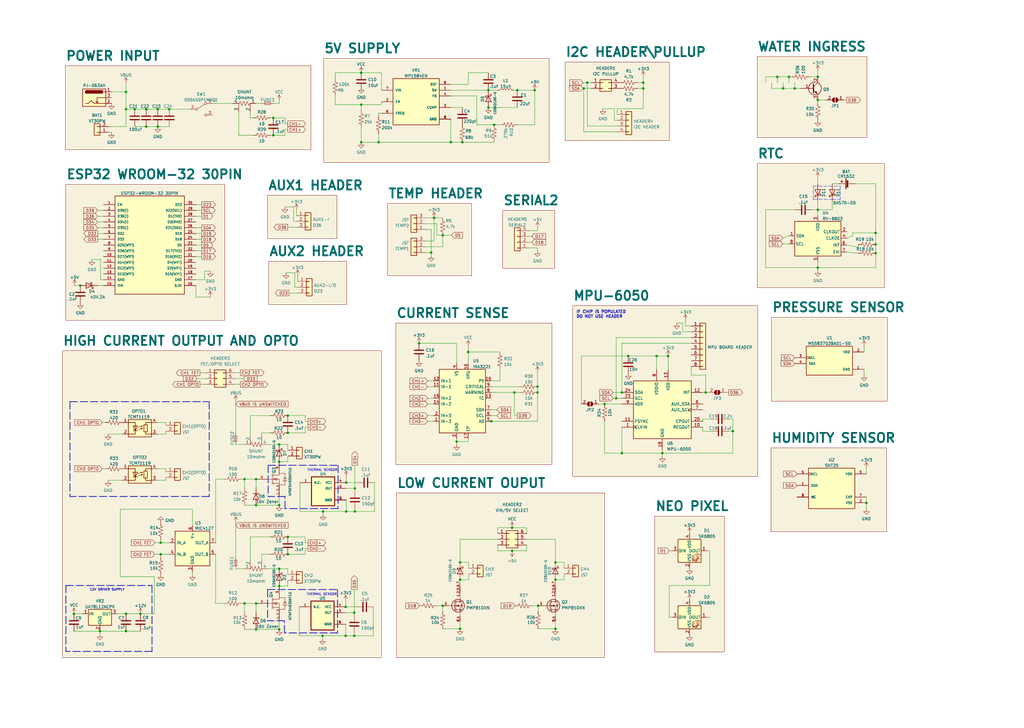
<source format=kicad_sch>
(kicad_sch (version 20211123) (generator eeschema)
  (paper "User" 450.012 319.989)
  (lib_symbols
    (symbol "Connector:Barrel_Jack_Switch" (pin_names hide)
      (property "Reference" "J" (at 0 5.334 0))
      (property "Value" "Barrel_Jack_Switch" (at 0 -5.08 0))
      (symbol "Barrel_Jack_Switch_1_1"
        (pin passive line (at 7.62 2.54 180) (length 2.54) (name "~") (number "1"))
        (pin passive line (at 7.62 -2.54 180) (length 2.54) (name "~") (number "2"))
        (pin passive line (at 7.62 0 180) (length 2.54) (name "~") (number "3"))
      )
    )
    (symbol "Connector_Generic:Conn_01x02" (pin_names (offset 1.016) hide)
      (property "Reference" "J" (at 0 2.54 0))
      (property "Value" "Conn_01x02" (at 0 -5.08 0))
      (symbol "Conn_01x02_1_1"
        (pin passive line (at -5.08 0 0) (length 3.81) (name "Pin_1") (number "1"))
        (pin passive line (at -5.08 -2.54 0) (length 3.81) (name "Pin_2") (number "2"))
      )
    )
    (symbol "Connector_Generic:Conn_01x03" (pin_names (offset 1.016) hide)
      (property "Reference" "J" (at 0 5.08 0))
      (property "Value" "Conn_01x03" (at 0 -5.08 0))
      (symbol "Conn_01x03_1_1"
        (pin passive line (at -5.08 2.54 0) (length 3.81) (name "Pin_1") (number "1"))
        (pin passive line (at -5.08 0 0) (length 3.81) (name "Pin_2") (number "2"))
        (pin passive line (at -5.08 -2.54 0) (length 3.81) (name "Pin_3") (number "3"))
      )
    )
    (symbol "Connector_Generic:Conn_01x04" (pin_names (offset 1.016) hide)
      (property "Reference" "J" (at 0 5.08 0))
      (property "Value" "Conn_01x04" (at 0 -7.62 0))
      (symbol "Conn_01x04_1_1"
        (pin passive line (at -5.08 2.54 0) (length 3.81) (name "Pin_1") (number "1"))
        (pin passive line (at -5.08 0 0) (length 3.81) (name "Pin_2") (number "2"))
        (pin passive line (at -5.08 -2.54 0) (length 3.81) (name "Pin_3") (number "3"))
        (pin passive line (at -5.08 -5.08 0) (length 3.81) (name "Pin_4") (number "4"))
      )
    )
    (symbol "Connector_Generic:Conn_01x08" (pin_names (offset 1.016) hide)
      (property "Reference" "J" (at 0 10.16 0))
      (property "Value" "Conn_01x08" (at 0 -12.7 0))
      (symbol "Conn_01x08_1_1"
        (pin passive line (at -5.08 7.62 0) (length 3.81) (name "Pin_1") (number "1"))
        (pin passive line (at -5.08 5.08 0) (length 3.81) (name "Pin_2") (number "2"))
        (pin passive line (at -5.08 2.54 0) (length 3.81) (name "Pin_3") (number "3"))
        (pin passive line (at -5.08 0 0) (length 3.81) (name "Pin_4") (number "4"))
        (pin passive line (at -5.08 -2.54 0) (length 3.81) (name "Pin_5") (number "5"))
        (pin passive line (at -5.08 -5.08 0) (length 3.81) (name "Pin_6") (number "6"))
        (pin passive line (at -5.08 -7.62 0) (length 3.81) (name "Pin_7") (number "7"))
        (pin passive line (at -5.08 -10.16 0) (length 3.81) (name "Pin_8") (number "8"))
      )
    )
    (symbol "Connector_Generic:Conn_02x02_Counter_Clockwise" (pin_names (offset 1.016) hide)
      (property "Reference" "J" (at 1.27 2.54 0))
      (property "Value" "Conn_02x02_Counter_Clockwise" (at 1.27 -5.08 0))
      (symbol "Conn_02x02_Counter_Clockwise_1_1"
        (pin passive line (at -5.08 0 0) (length 3.81) (name "Pin_1") (number "1"))
        (pin passive line (at -5.08 -2.54 0) (length 3.81) (name "Pin_2") (number "2"))
        (pin passive line (at 7.62 -2.54 180) (length 3.81) (name "Pin_3") (number "3"))
        (pin passive line (at 7.62 0 180) (length 3.81) (name "Pin_4") (number "4"))
      )
    )
    (symbol "Connector_Generic:Conn_02x03_Counter_Clockwise" (pin_names (offset 1.016) hide)
      (property "Reference" "J" (at 1.27 5.08 0))
      (property "Value" "Conn_02x03_Counter_Clockwise" (at 1.27 -5.08 0))
      (symbol "Conn_02x03_Counter_Clockwise_1_1"
        (pin passive line (at -5.08 2.54 0) (length 3.81) (name "Pin_1") (number "1"))
        (pin passive line (at -5.08 0 0) (length 3.81) (name "Pin_2") (number "2"))
        (pin passive line (at -5.08 -2.54 0) (length 3.81) (name "Pin_3") (number "3"))
        (pin passive line (at 7.62 -2.54 180) (length 3.81) (name "Pin_4") (number "4"))
        (pin passive line (at 7.62 0 180) (length 3.81) (name "Pin_5") (number "5"))
        (pin passive line (at 7.62 2.54 180) (length 3.81) (name "Pin_6") (number "6"))
      )
    )
    (symbol "Custom:ESP32-WROOM-32 30PIN" (pin_names (offset 1.016))
      (property "Value" "ESP32-WROOM-32 30PIN" (at 0 22.7528 0))
      (symbol "ESP32-WROOM-32 30PIN_0_0"
        (pin input line (at -20.32 17.78 0) (length 5.08) (name "EN") (number "1"))
        (pin bidirectional line (at -20.32 -5.08 0) (length 5.08) (name "D27(WiFi)") (number "10"))
        (pin bidirectional line (at -20.32 -7.62 0) (length 5.08) (name "D14(WiFi)") (number "11"))
        (pin bidirectional line (at -20.32 -10.16 0) (length 5.08) (name "D12(WiFi)") (number "12"))
        (pin bidirectional line (at -20.32 -12.7 0) (length 5.08) (name "D13(WiFi)") (number "13"))
        (pin bidirectional line (at -20.32 -15.24 0) (length 5.08) (name "GND") (number "14"))
        (pin bidirectional line (at -20.32 -17.78 0) (length 5.08) (name "VIN") (number "15"))
        (pin bidirectional line (at 20.32 -17.78 180) (length 5.08) (name "3.3V") (number "16"))
        (pin input line (at 20.32 -15.24 180) (length 5.08) (name "GND") (number "17"))
        (pin bidirectional line (at 20.32 -12.7 180) (length 5.08) (name "D15(WiFi)") (number "18"))
        (pin bidirectional line (at 20.32 -10.16 180) (length 5.08) (name "D2(WiFi)") (number "19"))
        (pin input line (at -20.32 15.24 0) (length 5.08) (name "D39(I)") (number "2"))
        (pin bidirectional line (at 20.32 -7.62 180) (length 5.08) (name "D4(WiFi)") (number "20"))
        (pin bidirectional line (at 20.32 -5.08 180) (length 5.08) (name "D16(RX2)") (number "21"))
        (pin bidirectional line (at 20.32 -2.54 180) (length 5.08) (name "D17(TX2)") (number "22"))
        (pin bidirectional line (at 20.32 0 180) (length 5.08) (name "D5") (number "23"))
        (pin bidirectional line (at 20.32 2.54 180) (length 5.08) (name "D18") (number "24"))
        (pin bidirectional line (at 20.32 5.08 180) (length 5.08) (name "D19") (number "25"))
        (pin bidirectional line (at 20.32 7.62 180) (length 5.08) (name "D21(SDA)") (number "26"))
        (pin bidirectional line (at 20.32 10.16 180) (length 5.08) (name "D3(RX0)") (number "27"))
        (pin bidirectional line (at 20.32 12.7 180) (length 5.08) (name "D1(TX0)") (number "28"))
        (pin bidirectional line (at 20.32 15.24 180) (length 5.08) (name "D22(SCL)") (number "29"))
        (pin input line (at -20.32 12.7 0) (length 5.08) (name "D36(I)") (number "3"))
        (pin bidirectional line (at 20.32 17.78 180) (length 5.08) (name "D23") (number "30"))
        (pin input line (at -20.32 10.16 0) (length 5.08) (name "D34(I)") (number "4"))
        (pin input line (at -20.32 7.62 0) (length 5.08) (name "D35(I)") (number "5"))
        (pin bidirectional line (at -20.32 5.08 0) (length 5.08) (name "D32") (number "6"))
        (pin bidirectional line (at -20.32 2.54 0) (length 5.08) (name "D33") (number "7"))
        (pin bidirectional line (at -20.32 0 0) (length 5.08) (name "D25(WiFi)") (number "8"))
        (pin bidirectional line (at -20.32 -2.54 0) (length 5.08) (name "D26(WiFi)") (number "9"))
      )
    )
    (symbol "Custom:MAX6613MXKTCA3" (pin_names (offset 1.016))
      (property "Reference" "U?" (at 0 3.776 0))
      (property "Value" "MAX6613MXKTCA3" (at 0 7.62 0))
      (symbol "MAX6613MXKTCA3_0_0"
        (pin bidirectional line (at -10.16 -2.54 0) (length 5.08) (name "N.C.") (number "1"))
        (pin power_in line (at 10.16 -10.16 180) (length 5.08) (name "GND") (number "2"))
        (pin output line (at 10.16 -5.08 180) (length 5.08) (name "OUT") (number "3"))
        (pin power_in line (at 10.16 -2.54 180) (length 5.08) (name "VCC") (number "4"))
        (pin power_in line (at 10.16 -10.16 180) (length 5.08) (name "GND") (number "5"))
      )
    )
    (symbol "Custom:MP1584EN" (pin_names (offset 1.016))
      (property "Reference" "U" (at -10.1854 10.6934 0))
      (property "Value" "MP1584EN" (at -10.16 -12.7254 0))
      (symbol "MP1584EN_0_0"
        (pin output line (at 15.24 5.08 180) (length 5.08) (name "SW") (number "1"))
        (pin input line (at -15.24 0 0) (length 5.08) (name "EN") (number "2"))
        (pin output line (at 15.24 -2.54 180) (length 5.08) (name "COMP") (number "3"))
        (pin input line (at 15.24 2.54 180) (length 5.08) (name "FB") (number "4"))
        (pin power_in line (at 15.24 -7.62 180) (length 5.08) (name "GND") (number "5"))
        (pin input line (at -15.24 -5.08 0) (length 5.08) (name "FREQ") (number "6"))
        (pin input line (at -15.24 5.08 0) (length 5.08) (name "VIN") (number "7"))
        (pin passive line (at 15.24 7.62 180) (length 5.08) (name "BST") (number "8"))
        (pin power_in line (at 15.24 -7.62 180) (length 5.08) (name "GND") (number "9"))
      )
    )
    (symbol "Custom:MS583702BA01-50" (pin_names (offset 1.016))
      (property "Reference" "A" (at -10.16 6.35 0))
      (property "Value" "MS583702BA01-50" (at -10.16 -8.89 0))
      (symbol "MS583702BA01-50_0_0"
        (pin power_in line (at 15.24 -5.08 180) (length 5.08) (name "GND") (number "1"))
        (pin power_in line (at 15.24 2.54 180) (length 5.08) (name "VDD") (number "2"))
        (pin input clock (at -15.24 0 0) (length 5.08) (name "SCL") (number "3"))
        (pin bidirectional line (at -15.24 -2.54 0) (length 5.08) (name "SDA") (number "4"))
      )
    )
    (symbol "Custom:NTMFS4935NT1G" (pin_names (offset 1.016) hide)
      (property "Reference" "Q?" (at 9.0932 -3.8262 0))
      (property "Value" "NTMFS4935NT1G" (at 9.0932 -6.3631 0))
      (symbol "NTMFS4935NT1G_0_0"
        (text "1, 2, 3" (at 4.826 -9.398 900) (effects (font (size 0.762 0.762)) (justify left bottom)))
        (pin passive line (at 5.08 -10.16 90) (length 5.08) (name "~") (number ""))
        (pin passive line (at 5.08 -10.16 90) (length 5.08) (name "~") (number ""))
        (pin passive line (at -5.08 -2.54 0) (length 5.08) (name "~") (number "4"))
        (pin passive line (at 5.08 5.08 270) (length 5.08) (name "~") (number "5"))
      )
      (symbol "NTMFS4935NT1G_0_1"
        (pin passive line (at 5.08 -10.16 90) (length 5.08) (name "~") (number ""))
      )
    )
    (symbol "Custom:SHT20" (pin_names (offset 1.016))
      (property "Reference" "U" (at -10.16 8.89 0))
      (property "Value" "SHT20" (at -10.287 -12.954 0))
      (symbol "SHT20_0_0"
        (pin bidirectional line (at -15.24 0 0) (length 5.08) (name "SDA") (number "1"))
        (pin power_in line (at 15.24 -7.62 180) (length 5.08) (name "VSS") (number "2"))
        (pin passive line (at -15.24 -5.08 0) (length 5.08) (name "NC") (number "3"))
        (pin passive line (at -15.24 -5.08 0) (length 5.08) (name "NC") (number "4"))
        (pin power_in line (at 15.24 5.08 180) (length 5.08) (name "VDD") (number "5"))
        (pin bidirectional clock (at -15.24 5.08 0) (length 5.08) (name "SCL") (number "6"))
        (pin passive line (at 15.24 -5.08 180) (length 5.08) (name "EXP") (number "7"))
      )
    )
    (symbol "Device:Battery_Cell" (pin_numbers hide) (pin_names (offset 0) hide)
      (property "Reference" "BT" (at 2.54 2.54 0))
      (property "Value" "Battery_Cell" (at 2.54 0 0))
      (symbol "Battery_Cell_1_1"
        (pin passive line (at 0 5.08 270) (length 2.54) (name "+") (number "1"))
        (pin passive line (at 0 -2.54 90) (length 2.54) (name "-") (number "2"))
      )
    )
    (symbol "Device:C" (pin_numbers hide) (pin_names (offset 0.254))
      (property "Reference" "C" (at 0.635 2.54 0))
      (property "Value" "C" (at 0.635 -2.54 0))
      (symbol "C_1_1"
        (pin passive line (at 0 3.81 270) (length 2.794) (name "~") (number "1"))
        (pin passive line (at 0 -3.81 90) (length 2.794) (name "~") (number "2"))
      )
    )
    (symbol "Device:D_Schottky" (pin_numbers hide) (pin_names (offset 1.016) hide)
      (property "Reference" "D" (at 0 2.54 0))
      (property "Value" "D_Schottky" (at 0 -2.54 0))
      (symbol "D_Schottky_1_1"
        (pin passive line (at -3.81 0 0) (length 2.54) (name "K") (number "1"))
        (pin passive line (at 3.81 0 180) (length 2.54) (name "A") (number "2"))
      )
    )
    (symbol "Device:D_Zener" (pin_numbers hide) (pin_names (offset 1.016) hide)
      (property "Reference" "D" (at 0 2.54 0))
      (property "Value" "D_Zener" (at 0 -2.54 0))
      (symbol "D_Zener_1_1"
        (pin passive line (at -3.81 0 0) (length 2.54) (name "K") (number "1"))
        (pin passive line (at 3.81 0 180) (length 2.54) (name "A") (number "2"))
      )
    )
    (symbol "Device:Fuse_Small" (pin_numbers hide) (pin_names (offset 0.254) hide)
      (property "Reference" "F" (at 0 -1.524 0))
      (property "Value" "Fuse_Small" (at 0 1.524 0))
      (symbol "Fuse_Small_1_1"
        (pin passive line (at -2.54 0 0) (length 1.27) (name "~") (number "1"))
        (pin passive line (at 2.54 0 180) (length 1.27) (name "~") (number "2"))
      )
    )
    (symbol "Device:L" (pin_numbers hide) (pin_names (offset 1.016) hide)
      (property "Reference" "L" (at -1.27 0 90))
      (property "Value" "L" (at 1.905 0 90))
      (symbol "L_1_1"
        (pin passive line (at 0 3.81 270) (length 1.27) (name "1") (number "1"))
        (pin passive line (at 0 -3.81 90) (length 1.27) (name "2") (number "2"))
      )
    )
    (symbol "Device:Q_NMOS_DGS" (pin_names (offset 0) hide)
      (property "Reference" "Q?" (at 5.207 0.8347 0))
      (property "Value" "PMPB10XN" (at 5.207 -1.7022 0))
      (symbol "Q_NMOS_DGS_1_1"
        (pin passive line (at 2.54 8.636 270) (length 2.54) (name "D") (number "1,2,5,6,7"))
        (pin input line (at -5.08 0 0) (length 2.54) (name "G") (number "3"))
        (pin passive line (at 2.54 -7.112 90) (length 2.54) (name "S") (number "8,4"))
      )
    )
    (symbol "Device:Q_NPN_BCE" (pin_names (offset 0) hide)
      (property "Reference" "Q" (at 5.08 1.27 0))
      (property "Value" "Q_NPN_BCE" (at 5.08 -1.27 0))
      (symbol "Q_NPN_BCE_1_1"
        (pin input line (at -5.08 0 0) (length 5.715) (name "B") (number "1"))
        (pin passive line (at 2.54 5.08 270) (length 2.54) (name "C") (number "2"))
        (pin passive line (at 2.54 -5.08 90) (length 2.54) (name "E") (number "3"))
      )
    )
    (symbol "Device:R_Shunt_US" (pin_numbers hide) (pin_names (offset 0))
      (property "Reference" "R" (at -5.08 0 90))
      (property "Value" "R_Shunt_US" (at -3.048 0 90))
      (symbol "R_Shunt_US_1_1"
        (pin passive line (at 0 5.08 270) (length 2.54) (name "1") (number "1"))
        (pin passive line (at 3.81 2.54 180) (length 2.54) (name "2") (number "2"))
        (pin passive line (at 3.81 -2.54 180) (length 2.54) (name "3") (number "3"))
        (pin passive line (at 0 -5.08 90) (length 2.54) (name "4") (number "4"))
      )
    )
    (symbol "Device:R_US" (pin_numbers hide) (pin_names (offset 0))
      (property "Reference" "R" (at 2.54 0 90))
      (property "Value" "R_US" (at -2.54 0 90))
      (symbol "R_US_1_1"
        (pin passive line (at 0 3.81 270) (length 1.27) (name "~") (number "1"))
        (pin passive line (at 0 -3.81 90) (length 1.27) (name "~") (number "2"))
      )
    )
    (symbol "Driver_FET:MIC4427"
      (property "Reference" "U" (at -7.62 8.89 0))
      (property "Value" "MIC4427" (at 1.27 8.89 0))
      (symbol "MIC4427_1_1"
        (pin no_connect line (at -7.62 0 0) (length 2.54) hide (name "NC") (number "1"))
        (pin input line (at -10.16 2.54 0) (length 2.54) (name "IN_A") (number "2"))
        (pin power_in line (at 0 -10.16 90) (length 2.54) (name "GND") (number "3"))
        (pin input line (at -10.16 -2.54 0) (length 2.54) (name "IN_B") (number "4"))
        (pin output line (at 10.16 -2.54 180) (length 2.54) (name "OUT_B") (number "5"))
        (pin power_in line (at 0 10.16 270) (length 2.54) (name "V+") (number "6"))
        (pin output line (at 10.16 2.54 180) (length 2.54) (name "OUT_A") (number "7"))
        (pin no_connect line (at 7.62 0 180) (length 2.54) hide (name "NC") (number "8"))
      )
    )
    (symbol "Isolator:NSL-32" (pin_names (offset 0.762) hide)
      (property "Reference" "U" (at 0 5.08 0))
      (property "Value" "NSL-32" (at 0 -5.08 0))
      (symbol "NSL-32_1_1"
        (pin passive line (at -7.62 2.54 0) (length 2.54) (name "A") (number "1"))
        (pin passive line (at -7.62 -2.54 0) (length 2.54) (name "K") (number "2"))
        (pin passive line (at 7.62 -2.54 180) (length 2.54) (name "R") (number "3"))
        (pin passive line (at 7.62 2.54 180) (length 2.54) (name "R") (number "4"))
      )
    )
    (symbol "Jumper:SolderJumper_2_Open" (pin_names (offset 0) hide)
      (property "Reference" "JP" (at 0 2.032 0))
      (property "Value" "SolderJumper_2_Open" (at 0 -2.54 0))
      (symbol "SolderJumper_2_Open_1_1"
        (pin passive line (at -3.81 0 0) (length 2.54) (name "A") (number "1"))
        (pin passive line (at 3.81 0 180) (length 2.54) (name "B") (number "2"))
      )
    )
    (symbol "LED:SK6805" (pin_names (offset 0.254))
      (property "Reference" "D" (at 5.08 5.715 0))
      (property "Value" "SK6805" (at 1.27 -5.715 0))
      (symbol "SK6805_0_0"
        (text "RGB" (at 2.286 -4.191 0) (effects (font (size 0.762 0.762))))
      )
      (symbol "SK6805_1_1"
        (pin output line (at 7.62 0 180) (length 2.54) (name "DOUT") (number "1"))
        (pin power_in line (at 0 -7.62 90) (length 2.54) (name "VSS") (number "2"))
        (pin input line (at -7.62 0 0) (length 2.54) (name "DIN") (number "3"))
        (pin power_in line (at 0 7.62 270) (length 2.54) (name "VDD") (number "4"))
      )
    )
    (symbol "Power_Management:INA3221"
      (property "Reference" "U" (at -10.16 17.78 0))
      (property "Value" "INA3221" (at 5.08 17.78 0))
      (symbol "INA3221_1_1"
        (pin input line (at -12.7 -7.62 0) (length 2.54) (name "IN-3") (number "1"))
        (pin open_collector line (at 12.7 10.16 180) (length 2.54) (name "PV") (number "10"))
        (pin input line (at -12.7 7.62 0) (length 2.54) (name "IN-1") (number "11"))
        (pin input line (at -12.7 10.16 0) (length 2.54) (name "IN+1") (number "12"))
        (pin open_collector line (at 12.7 2.54 180) (length 2.54) (name "TC") (number "13"))
        (pin input line (at -12.7 0 0) (length 2.54) (name "IN-2") (number "14"))
        (pin input line (at -12.7 2.54 0) (length 2.54) (name "IN+2") (number "15"))
        (pin power_in line (at 2.54 17.78 270) (length 2.54) (name "VPU") (number "16"))
        (pin passive line (at 2.54 -15.24 90) (length 2.54) (name "EP") (number "17"))
        (pin input line (at -12.7 -5.08 0) (length 2.54) (name "IN+3") (number "2"))
        (pin power_in line (at -2.54 -15.24 90) (length 2.54) (name "GND") (number "3"))
        (pin power_in line (at -2.54 17.78 270) (length 2.54) (name "VS") (number "4"))
        (pin input line (at 12.7 -7.62 180) (length 2.54) (name "A0") (number "5"))
        (pin input line (at 12.7 -5.08 180) (length 2.54) (name "SCL") (number "6"))
        (pin bidirectional line (at 12.7 -2.54 180) (length 2.54) (name "SDA") (number "7"))
        (pin open_collector line (at 12.7 5.08 180) (length 2.54) (name "WARNING") (number "8"))
        (pin open_collector line (at 12.7 7.62 180) (length 2.54) (name "CRITICAL") (number "9"))
      )
    )
    (symbol "Regulator_Linear:L7812" (pin_names (offset 0.254))
      (property "Reference" "U" (at -3.81 3.175 0))
      (property "Value" "L7812" (at 0 3.175 0))
      (symbol "L7812_1_1"
        (pin power_in line (at -7.62 0 0) (length 2.54) (name "IN") (number "1"))
        (pin power_in line (at 0 -7.62 90) (length 2.54) (name "GND") (number "2"))
        (pin power_out line (at 7.62 0 180) (length 2.54) (name "OUT") (number "3"))
      )
    )
    (symbol "Sensor_Motion:MPU-6050"
      (property "Reference" "U" (at -11.43 13.97 0))
      (property "Value" "MPU-6050" (at 7.62 -13.97 0))
      (symbol "MPU-6050_1_1"
        (pin input clock (at -17.78 -7.62 0) (length 5.08) (name "CLKIN") (number "1"))
        (pin passive line (at 17.78 -7.62 180) (length 5.08) (name "REGOUT") (number "10"))
        (pin input line (at -17.78 -5.08 0) (length 5.08) (name "FSYNC") (number "11"))
        (pin output line (at 17.78 7.62 180) (length 5.08) (name "INT") (number "12"))
        (pin power_in line (at 2.54 17.78 270) (length 5.08) (name "VDD") (number "13"))
        (pin power_in line (at 0 -17.78 90) (length 5.08) (name "GND") (number "18"))
        (pin passive line (at 17.78 -5.08 180) (length 5.08) (name "CPOUT") (number "20"))
        (pin input line (at -17.78 5.08 0) (length 5.08) (name "SCL") (number "23"))
        (pin bidirectional line (at -17.78 7.62 0) (length 5.08) (name "SDA") (number "24"))
        (pin bidirectional line (at 17.78 2.54 180) (length 5.08) (name "AUX_SDA") (number "6"))
        (pin output clock (at 17.78 0 180) (length 5.08) (name "AUX_SCL") (number "7"))
        (pin power_in line (at -2.54 17.78 270) (length 5.08) (name "VDDIO") (number "8"))
        (pin input line (at -17.78 2.54 0) (length 5.08) (name "AD0") (number "9"))
      )
    )
    (symbol "Switch:SW_SPDT" (pin_names (offset 0) hide)
      (property "Reference" "SW" (at 0 4.318 0))
      (property "Value" "SW_SPDT" (at 0 -5.08 0))
      (symbol "SW_SPDT_1_1"
        (pin passive line (at 5.08 2.54 180) (length 2.54) (name "A") (number "1"))
        (pin passive line (at -5.08 0 0) (length 2.54) (name "B") (number "2"))
        (pin passive line (at 5.08 -2.54 180) (length 2.54) (name "C") (number "3"))
      )
    )
    (symbol "Timer_RTC:RV-8523-C3"
      (property "Reference" "U?" (at 2.0194 11.3198 0))
      (property "Value" "RV-8803" (at 2.0194 8.7829 0))
      (symbol "RV-8523-C3_1_1"
        (pin bidirectional line (at -12.7 1.27 0) (length 2.54) (name "SDA") (number "1"))
        (pin output line (at 12.827 3.048 180) (length 2.54) (name "CLKOUT") (number "2"))
        (pin power_in line (at 0 10.16 270) (length 2.54) (name "VDD") (number "3"))
        (pin open_collector line (at 12.827 0.254 180) (length 2.54) (name "CLKOE") (number "4"))
        (pin power_in line (at 0 -10.16 90) (length 2.54) (name "VSS") (number "5"))
        (pin open_collector line (at 12.7 -2.794 180) (length 2.54) (name "INT") (number "6"))
        (pin input line (at 12.7 -5.842 180) (length 2.54) (name "EVI") (number "7"))
        (pin input line (at -12.827 -2.286 0) (length 2.54) (name "SCL") (number "8"))
      )
    )
    (symbol "power:+12V" (power) (pin_names (offset 0))
      (property "Value" "+12V" (at 0 3.556 0))
      (symbol "+12V_1_1"
        (pin power_in line (at 0 0 90) (length 0) hide (name "+12V") (number "1"))
      )
    )
    (symbol "power:+3.3V" (power) (pin_names (offset 0))
      (property "Value" "+3.3V" (at 0 3.556 0))
      (symbol "+3.3V_1_1"
        (pin power_in line (at 0 0 90) (length 0) hide (name "+3V3") (number "1"))
      )
    )
    (symbol "power:+5V" (power) (pin_names (offset 0))
      (property "Value" "+5V" (at 0 3.556 0))
      (symbol "+5V_1_1"
        (pin power_in line (at 0 0 90) (length 0) hide (name "+5V") (number "1"))
      )
    )
    (symbol "power:GND" (power) (pin_names (offset 0))
      (property "Value" "GND" (at 0 -3.81 0))
      (symbol "GND_1_1"
        (pin power_in line (at 0 0 270) (length 0) hide (name "GND") (number "1"))
      )
    )
    (symbol "power:VBUS" (power) (pin_names (offset 0))
      (property "Value" "VBUS" (at 0 3.81 0))
      (symbol "VBUS_1_1"
        (pin power_in line (at 0 0 90) (length 0) hide (name "VBUS") (number "1"))
      )
    )
    (symbol "power:VCC" (power) (pin_names (offset 0))
      (property "Value" "VCC" (at 0 3.81 0))
      (symbol "VCC_1_1"
        (pin power_in line (at 0 0 90) (length 0) hide (name "VCC") (number "1"))
      )
    )
  )
  (junction (at 202.184 254.762))
  (junction (at 126.492 235.966))
  (junction (at 265.684 177.546))
  (junction (at 112.522 210.566))
  (junction (at 107.442 210.566))
  (junction (at 122.682 249.936))
  (junction (at 234.95 39.624))
  (junction (at 64.262 55.626))
  (junction (at 64.262 48.006))
  (junction (at 310.134 172.466))
  (junction (at 32.512 269.748))
  (junction (at 226.06 172.466))
  (junction (at 155.956 214.63))
  (junction (at 236.474 266.192))
  (junction (at 61.722 269.748))
  (junction (at 322.072 189.484))
  (junction (at 215.9 185.166))
  (junction (at 122.682 202.946))
  (junction (at 225.044 242.062))
  (junction (at 346.71 33.782))
  (junction (at 244.094 247.142))
  (junction (at 107.442 265.176))
  (junction (at 155.956 224.79))
  (junction (at 288.544 156.464))
  (junction (at 349.25 38.862))
  (junction (at 258.064 36.322))
  (junction (at 70.612 238.506))
  (junction (at 359.41 117.602))
  (junction (at 190.754 95.758))
  (junction (at 214.63 47.244))
  (junction (at 273.304 172.466))
  (junction (at 151.892 266.7))
  (junction (at 152.146 224.79))
  (junction (at 227.33 39.624))
  (junction (at 70.612 243.586))
  (junction (at 236.22 169.926))
  (junction (at 293.624 156.464))
  (junction (at 359.41 43.942))
  (junction (at 112.522 265.176))
  (junction (at 120.142 51.816))
  (junction (at 273.304 199.136))
  (junction (at 55.372 269.748))
  (junction (at 200.66 194.056))
  (junction (at 217.17 54.864))
  (junction (at 380.746 220.98))
  (junction (at 152.146 212.09))
  (junction (at 291.084 199.136))
  (junction (at 244.094 276.352))
  (junction (at 189.484 110.998))
  (junction (at 122.682 221.996))
  (junction (at 384.81 111.252))
  (junction (at 55.372 277.368))
  (junction (at 126.492 243.586))
  (junction (at 359.41 33.782))
  (junction (at 359.41 92.202))
  (junction (at 74.422 48.006))
  (junction (at 225.044 231.902))
  (junction (at 276.098 156.464))
  (junction (at 120.142 59.436))
  (junction (at 203.2 62.484))
  (junction (at 214.63 39.624))
  (junction (at 155.702 279.4))
  (junction (at 158.75 62.484))
  (junction (at 244.094 254.762))
  (junction (at 166.37 62.484))
  (junction (at 35.306 125.476))
  (junction (at 202.184 276.352))
  (junction (at 59.182 48.006))
  (junction (at 384.81 102.362))
  (junction (at 344.17 38.862))
  (junction (at 151.892 279.4))
  (junction (at 158.75 32.004))
  (junction (at 158.75 45.974))
  (junction (at 384.81 107.442))
  (junction (at 194.564 266.192))
  (junction (at 184.15 150.876))
  (junction (at 341.63 33.782))
  (junction (at 198.12 62.484))
  (junction (at 43.942 277.368))
  (junction (at 202.184 247.142))
  (junction (at 112.522 276.606))
  (junction (at 69.342 55.626))
  (junction (at 122.682 257.556))
  (junction (at 126.492 182.626))
  (junction (at 205.74 154.686))
  (junction (at 112.522 221.996))
  (junction (at 126.492 190.246))
  (junction (at 69.342 48.006))
  (junction (at 55.372 48.006))
  (junction (at 282.702 38.862))
  (junction (at 55.372 40.386))
  (junction (at 141.732 279.4))
  (junction (at 282.702 36.322))
  (junction (at 270.764 175.006))
  (junction (at 155.702 269.24))
  (junction (at 236.22 172.466))
  (junction (at 256.54 38.862))
  (junction (at 122.682 195.326))
  (junction (at 122.682 276.606))
  (junction (at 194.564 103.378))
  (junction (at 141.986 224.79))
  (wire (pts (xy 115.062 246.126) (xy 115.062 243.586)))
  (wire (pts (xy 236.474 268.732) (xy 236.474 266.192)))
  (polyline (pts (xy 117.602 259.08) (xy 117.602 272.796)) (stroke (width 0.3)))
  (wire (pts (xy 244.094 254.762) (xy 247.904 254.762)))
  (wire (pts (xy 112.522 45.466) (xy 115.062 45.466)))
  (wire (pts (xy 155.956 224.79) (xy 155.956 223.52)))
  (wire (pts (xy 190.754 95.758) (xy 190.754 105.918)))
  (wire (pts (xy 103.632 176.276) (xy 103.632 190.246)))
  (wire (pts (xy 147.32 32.004) (xy 158.75 32.004)))
  (wire (pts (xy 42.926 92.456) (xy 45.466 92.456)))
  (wire (pts (xy 263.144 177.546) (xy 265.684 177.546)))
  (polyline (pts (xy 125.222 218.186) (xy 117.856 218.186)) (stroke (width 0.3)))
  (wire (pts (xy 311.912 271.272) (xy 310.642 271.272)))
  (polyline (pts (xy 148.59 223.52) (xy 125.222 223.52)) (stroke (width 0.3)))
  (wire (pts (xy 236.22 169.926) (xy 236.22 172.466)))
  (wire (pts (xy 225.044 231.902) (xy 231.394 231.902)))
  (wire (pts (xy 155.702 279.4) (xy 155.702 278.13)))
  (wire (pts (xy 244.094 247.142) (xy 247.904 247.142)))
  (wire (pts (xy 118.872 235.966) (xy 109.982 235.966)))
  (wire (pts (xy 164.084 279.4) (xy 164.084 266.7)))
  (wire (pts (xy 187.96 182.626) (xy 190.5 182.626)))
  (wire (pts (xy 158.75 48.514) (xy 158.75 45.974)))
  (wire (pts (xy 86.614 166.37) (xy 90.424 166.37)))
  (wire (pts (xy 273.304 150.876) (xy 273.304 172.466)))
  (wire (pts (xy 70.612 238.506) (xy 74.422 238.506)))
  (wire (pts (xy 103.632 229.616) (xy 103.632 244.856)))
  (wire (pts (xy 293.624 156.464) (xy 293.624 162.306)))
  (wire (pts (xy 205.74 32.004) (xy 214.63 32.004)))
  (wire (pts (xy 339.09 38.862) (xy 344.17 38.862)))
  (wire (pts (xy 226.06 172.466) (xy 228.6 172.466)))
  (polyline (pts (xy 369.316 81.788) (xy 369.316 87.63)))
  (wire (pts (xy 126.492 182.626) (xy 134.112 182.626)))
  (wire (pts (xy 55.372 36.576) (xy 55.372 40.386)))
  (wire (pts (xy 310.134 164.846) (xy 310.134 172.466)))
  (wire (pts (xy 51.562 269.748) (xy 55.372 269.748)))
  (wire (pts (xy 42.926 102.616) (xy 45.466 102.616)))
  (wire (pts (xy 120.142 51.816) (xy 125.222 51.816)))
  (wire (pts (xy 187.96 185.166) (xy 190.5 185.166)))
  (wire (pts (xy 322.072 199.136) (xy 322.072 189.484)))
  (wire (pts (xy 84.582 223.774) (xy 84.582 230.886)))
  (wire (pts (xy 47.498 211.074) (xy 53.848 211.074)))
  (wire (pts (xy 297.434 141.986) (xy 299.974 141.986)))
  (wire (pts (xy 294.132 257.302) (xy 294.132 271.272)))
  (wire (pts (xy 349.25 36.322) (xy 349.25 38.862)))
  (wire (pts (xy 344.043 107.188) (xy 346.583 107.188)))
  (wire (pts (xy 122.682 257.556) (xy 126.492 257.556)))
  (wire (pts (xy 269.494 175.006) (xy 270.764 175.006)))
  (wire (pts (xy 141.986 224.79) (xy 152.146 224.79)))
  (polyline (pts (xy 365.76 87.63) (xy 369.316 87.63)))
  (wire (pts (xy 384.81 80.772) (xy 384.81 102.362)))
  (wire (pts (xy 258.064 55.372) (xy 271.272 55.372)))
  (wire (pts (xy 72.898 211.074) (xy 72.898 209.804)))
  (wire (pts (xy 202.184 273.812) (xy 202.184 276.352)))
  (wire (pts (xy 69.088 211.074) (xy 72.898 211.074)))
  (polyline (pts (xy 124.968 278.13) (xy 124.968 272.796)) (stroke (width 0.3)))
  (wire (pts (xy 232.41 108.966) (xy 236.22 108.966)))
  (wire (pts (xy 42.926 125.476) (xy 45.466 125.476)))
  (wire (pts (xy 55.372 48.006) (xy 59.182 48.006)))
  (wire (pts (xy 88.646 100.076) (xy 86.106 100.076)))
  (wire (pts (xy 32.512 277.368) (xy 43.942 277.368)))
  (polyline (pts (xy 66.802 257.302) (xy 66.802 286.258)) (stroke (width 0.3)))
  (polyline (pts (xy 148.336 259.08) (xy 148.336 278.13)) (stroke (width 0.3)))
  (wire (pts (xy 336.55 33.782) (xy 341.63 33.782)))
  (wire (pts (xy 126.492 99.822) (xy 130.302 99.822)))
  (wire (pts (xy 122.682 276.606) (xy 122.682 272.796)))
  (wire (pts (xy 265.684 177.546) (xy 273.304 177.546)))
  (wire (pts (xy 44.196 114.046) (xy 40.386 114.046)))
  (wire (pts (xy 122.682 44.196) (xy 122.682 45.466)))
  (wire (pts (xy 67.818 269.748) (xy 67.818 253.492)))
  (wire (pts (xy 226.06 182.626) (xy 227.33 182.626)))
  (polyline (pts (xy 91.948 176.53) (xy 91.948 218.186)) (stroke (width 0.3)))
  (wire (pts (xy 233.68 103.886) (xy 232.41 103.886)))
  (wire (pts (xy 359.41 31.242) (xy 359.41 33.782)))
  (wire (pts (xy 187.96 169.926) (xy 190.5 169.926)))
  (wire (pts (xy 194.564 103.378) (xy 198.374 103.378)))
  (wire (pts (xy 112.522 214.376) (xy 112.522 210.566)))
  (wire (pts (xy 152.146 214.63) (xy 155.956 214.63)))
  (wire (pts (xy 291.084 200.406) (xy 291.084 199.136)))
  (wire (pts (xy 129.032 97.282) (xy 129.032 90.932)))
  (wire (pts (xy 374.65 102.362) (xy 374.65 103.632)))
  (wire (pts (xy 311.912 242.062) (xy 311.912 257.302)))
  (wire (pts (xy 141.732 279.4) (xy 151.892 279.4)))
  (wire (pts (xy 158.75 62.484) (xy 166.37 62.484)))
  (wire (pts (xy 69.088 205.994) (xy 72.898 205.994)))
  (wire (pts (xy 374.65 103.632) (xy 372.237 104.648)))
  (wire (pts (xy 70.612 243.586) (xy 74.422 243.586)))
  (wire (pts (xy 215.9 172.466) (xy 226.06 172.466)))
  (wire (pts (xy 215.9 169.926) (xy 228.6 169.926)))
  (wire (pts (xy 122.682 258.826) (xy 122.682 257.556)))
  (wire (pts (xy 258.064 36.322) (xy 258.064 55.372)))
  (polyline (pts (xy 117.602 259.08) (xy 148.336 259.08)) (stroke (width 0.3)))
  (polyline (pts (xy 124.968 272.796) (xy 117.602 272.796)) (stroke (width 0.3)))
  (wire (pts (xy 115.062 191.516) (xy 115.062 190.246)))
  (wire (pts (xy 112.522 221.996) (xy 122.682 221.996)))
  (wire (pts (xy 359.41 88.392) (xy 359.41 92.202)))
  (wire (pts (xy 151.892 279.4) (xy 155.702 279.4)))
  (wire (pts (xy 155.956 224.79) (xy 164.592 224.79)))
  (wire (pts (xy 87.884 163.83) (xy 90.424 163.83)))
  (wire (pts (xy 84.582 252.476) (xy 84.582 251.206)))
  (wire (pts (xy 52.832 253.492) (xy 52.832 223.774)))
  (wire (pts (xy 126.492 235.966) (xy 134.112 235.966)))
  (wire (pts (xy 218.44 180.086) (xy 215.9 180.086)))
  (wire (pts (xy 384.81 111.252) (xy 384.81 117.602)))
  (wire (pts (xy 106.934 166.37) (xy 103.124 166.37)))
  (wire (pts (xy 236.22 108.966) (xy 236.22 110.236)))
  (wire (pts (xy 120.142 51.816) (xy 118.872 51.816)))
  (wire (pts (xy 147.32 32.004) (xy 147.32 34.544)))
  (wire (pts (xy 234.95 39.624) (xy 227.33 39.624)))
  (wire (pts (xy 255.524 156.464) (xy 255.524 177.546)))
  (polyline (pts (xy 28.956 257.302) (xy 28.956 286.258)) (stroke (width 0.3)))
  (wire (pts (xy 47.752 55.626) (xy 55.372 55.626)))
  (wire (pts (xy 61.722 269.748) (xy 67.818 269.748)))
  (wire (pts (xy 184.15 150.876) (xy 200.66 150.876)))
  (wire (pts (xy 107.442 276.606) (xy 112.522 276.606)))
  (wire (pts (xy 166.37 51.054) (xy 166.37 49.784)))
  (wire (pts (xy 135.382 241.046) (xy 134.112 241.046)))
  (wire (pts (xy 359.41 92.202) (xy 356.87 92.202)))
  (wire (pts (xy 271.272 52.832) (xy 270.002 52.832)))
  (wire (pts (xy 270.002 52.832) (xy 270.002 47.752)))
  (wire (pts (xy 247.904 247.142) (xy 247.904 249.682)))
  (wire (pts (xy 236.22 101.346) (xy 236.22 100.076)))
  (wire (pts (xy 265.684 199.136) (xy 273.304 199.136)))
  (wire (pts (xy 209.55 42.164) (xy 209.55 54.864)))
  (wire (pts (xy 244.094 273.812) (xy 244.094 276.352)))
  (wire (pts (xy 126.492 190.246) (xy 134.112 190.246)))
  (wire (pts (xy 322.072 184.15) (xy 322.072 189.484)))
  (wire (pts (xy 256.286 36.322) (xy 258.064 36.322)))
  (wire (pts (xy 158.75 30.734) (xy 158.75 32.004)))
  (wire (pts (xy 271.272 47.752) (xy 282.702 47.752)))
  (wire (pts (xy 59.182 55.626) (xy 64.262 55.626)))
  (wire (pts (xy 68.072 243.586) (xy 70.612 243.586)))
  (wire (pts (xy 86.106 122.936) (xy 89.916 122.936)))
  (wire (pts (xy 126.492 195.326) (xy 126.492 197.866)))
  (wire (pts (xy 377.19 108.712) (xy 377.19 107.442)))
  (wire (pts (xy 115.062 243.586) (xy 118.872 243.586)))
  (wire (pts (xy 186.944 95.758) (xy 190.754 95.758)))
  (polyline (pts (xy 66.802 286.258) (xy 28.956 286.258)) (stroke (width 0.3)))
  (wire (pts (xy 256.54 38.862) (xy 259.842 38.862)))
  (wire (pts (xy 125.222 59.436) (xy 125.222 56.896)))
  (wire (pts (xy 359.41 92.202) (xy 359.41 94.742)))
  (wire (pts (xy 194.564 268.732) (xy 194.564 266.192)))
  (wire (pts (xy 233.934 266.192) (xy 236.474 266.192)))
  (wire (pts (xy 109.982 51.816) (xy 111.252 51.816)))
  (wire (pts (xy 282.702 38.862) (xy 280.162 38.862)))
  (wire (pts (xy 244.094 236.982) (xy 244.094 247.142)))
  (wire (pts (xy 379.73 164.846) (xy 379.73 162.306)))
  (wire (pts (xy 226.06 172.466) (xy 226.06 182.626)))
  (wire (pts (xy 339.09 36.322) (xy 339.09 38.862)))
  (wire (pts (xy 44.958 185.674) (xy 46.228 185.674)))
  (wire (pts (xy 86.106 92.456) (xy 88.646 92.456)))
  (wire (pts (xy 311.912 257.302) (xy 294.132 257.302)))
  (wire (pts (xy 372.11 110.744) (xy 377.19 111.252)))
  (wire (pts (xy 94.742 243.586) (xy 94.742 265.176)))
  (wire (pts (xy 64.262 55.626) (xy 69.342 55.626)))
  (wire (pts (xy 43.942 277.368) (xy 43.942 278.638)))
  (wire (pts (xy 303.784 164.846) (xy 310.134 164.846)))
  (wire (pts (xy 375.92 80.772) (xy 384.81 80.772)))
  (wire (pts (xy 247.904 252.222) (xy 247.904 254.762)))
  (wire (pts (xy 44.196 122.936) (xy 44.196 114.046)))
  (wire (pts (xy 167.64 45.974) (xy 167.64 44.704)))
  (wire (pts (xy 218.44 182.626) (xy 215.9 182.626)))
  (wire (pts (xy 308.864 189.484) (xy 312.674 189.484)))
  (wire (pts (xy 72.898 190.754) (xy 72.898 189.484)))
  (wire (pts (xy 109.982 191.516) (xy 109.982 182.626)))
  (wire (pts (xy 273.304 187.706) (xy 273.304 199.136)))
  (wire (pts (xy 322.072 184.15) (xy 320.294 184.15)))
  (wire (pts (xy 192.024 103.378) (xy 194.564 103.378)))
  (wire (pts (xy 276.098 156.464) (xy 288.544 156.464)))
  (wire (pts (xy 288.544 156.464) (xy 293.624 156.464)))
  (wire (pts (xy 214.63 47.244) (xy 227.33 47.244)))
  (wire (pts (xy 74.422 48.006) (xy 83.312 48.006)))
  (wire (pts (xy 94.742 265.176) (xy 98.552 265.176)))
  (wire (pts (xy 312.674 184.15) (xy 308.864 184.15)))
  (wire (pts (xy 107.442 221.996) (xy 112.522 221.996)))
  (wire (pts (xy 167.64 39.624) (xy 167.64 32.004)))
  (polyline (pts (xy 125.222 223.52) (xy 125.222 218.186)) (stroke (width 0.3)))
  (wire (pts (xy 336.55 92.202) (xy 336.55 117.602)))
  (wire (pts (xy 349.25 92.202) (xy 336.55 92.202)))
  (wire (pts (xy 122.682 249.936) (xy 126.492 249.936)))
  (wire (pts (xy 105.664 168.91) (xy 103.124 168.91)))
  (wire (pts (xy 198.12 52.324) (xy 198.12 62.484)))
  (wire (pts (xy 158.75 62.484) (xy 158.75 56.134)))
  (wire (pts (xy 103.632 195.326) (xy 107.442 195.326)))
  (wire (pts (xy 344.17 38.862) (xy 349.25 38.862)))
  (wire (pts (xy 45.466 122.936) (xy 44.196 122.936)))
  (wire (pts (xy 359.41 45.212) (xy 359.41 43.942)))
  (wire (pts (xy 322.072 189.484) (xy 320.294 189.484)))
  (wire (pts (xy 205.74 154.686) (xy 205.74 159.766)))
  (wire (pts (xy 346.71 33.782) (xy 346.71 36.322)))
  (wire (pts (xy 236.474 276.352) (xy 244.094 276.352)))
  (wire (pts (xy 372.11 43.942) (xy 370.84 43.942)))
  (wire (pts (xy 303.784 150.876) (xy 273.304 150.876)))
  (wire (pts (xy 308.864 184.15) (xy 308.864 185.166)))
  (wire (pts (xy 255.524 156.464) (xy 276.098 156.464)))
  (wire (pts (xy 365.76 80.772) (xy 368.3 80.772)))
  (wire (pts (xy 355.6 33.782) (xy 359.41 33.782)))
  (wire (pts (xy 384.81 107.442) (xy 384.81 111.252)))
  (wire (pts (xy 336.55 33.782) (xy 336.55 36.322)))
  (wire (pts (xy 158.75 32.004) (xy 158.75 34.544)))
  (wire (pts (xy 282.702 33.782) (xy 282.702 36.322)))
  (wire (pts (xy 202.184 254.762) (xy 205.994 254.762)))
  (polyline (pts (xy 357.378 81.788) (xy 369.316 81.788)))
  (wire (pts (xy 308.864 189.484) (xy 308.864 187.706)))
  (polyline (pts (xy 28.956 257.302) (xy 66.802 257.302)) (stroke (width 0.3)))
  (wire (pts (xy 129.54 119.888) (xy 125.73 119.888)))
  (wire (pts (xy 200.66 194.056) (xy 200.66 192.786)))
  (wire (pts (xy 294.132 271.272) (xy 295.402 271.272)))
  (wire (pts (xy 88.646 107.696) (xy 86.106 107.696)))
  (wire (pts (xy 131.572 279.4) (xy 141.732 279.4)))
  (wire (pts (xy 32.766 125.476) (xy 35.306 125.476)))
  (wire (pts (xy 359.41 115.062) (xy 359.41 117.602)))
  (wire (pts (xy 258.064 36.322) (xy 259.842 36.322)))
  (wire (pts (xy 198.12 42.164) (xy 209.55 42.164)))
  (wire (pts (xy 125.222 56.896) (xy 126.492 56.896)))
  (wire (pts (xy 214.63 185.166) (xy 215.9 185.166)))
  (wire (pts (xy 270.764 175.006) (xy 270.764 148.336)))
  (wire (pts (xy 151.892 266.7) (xy 156.464 266.7)))
  (wire (pts (xy 202.184 236.982) (xy 202.184 247.142)))
  (wire (pts (xy 215.9 185.166) (xy 236.22 185.166)))
  (wire (pts (xy 233.68 106.426) (xy 232.41 106.426)))
  (wire (pts (xy 200.66 194.056) (xy 205.74 194.056)))
  (wire (pts (xy 126.492 243.586) (xy 134.112 243.586)))
  (wire (pts (xy 125.222 51.816) (xy 125.222 54.356)))
  (wire (pts (xy 88.646 110.236) (xy 86.106 110.236)))
  (wire (pts (xy 189.484 100.838) (xy 189.484 110.998)))
  (wire (pts (xy 205.74 37.084) (xy 198.12 37.084)))
  (wire (pts (xy 265.684 185.166) (xy 265.684 199.136)))
  (wire (pts (xy 187.96 175.006) (xy 190.5 175.006)))
  (wire (pts (xy 155.702 259.08) (xy 155.702 269.24)))
  (wire (pts (xy 55.372 40.386) (xy 55.372 48.006)))
  (wire (pts (xy 106.172 210.566) (xy 107.442 210.566)))
  (wire (pts (xy 236.22 163.576) (xy 236.22 169.926)))
  (wire (pts (xy 47.498 190.754) (xy 53.848 190.754)))
  (wire (pts (xy 86.106 130.556) (xy 92.456 130.556)))
  (wire (pts (xy 380.746 223.52) (xy 380.746 220.98)))
  (wire (pts (xy 122.682 195.326) (xy 126.492 195.326)))
  (wire (pts (xy 87.884 168.91) (xy 90.424 168.91)))
  (wire (pts (xy 151.892 269.24) (xy 155.702 269.24)))
  (wire (pts (xy 49.022 58.166) (xy 47.752 58.166)))
  (wire (pts (xy 166.37 49.784) (xy 167.64 49.784)))
  (wire (pts (xy 186.944 100.838) (xy 189.484 100.838)))
  (wire (pts (xy 107.442 210.566) (xy 112.522 210.566)))
  (wire (pts (xy 155.702 269.24) (xy 155.702 270.51)))
  (wire (pts (xy 158.75 45.974) (xy 167.64 45.974)))
  (wire (pts (xy 198.12 47.244) (xy 203.2 47.244)))
  (wire (pts (xy 43.942 277.368) (xy 55.372 277.368)))
  (wire (pts (xy 55.372 269.748) (xy 61.722 269.748)))
  (wire (pts (xy 187.96 167.386) (xy 190.5 167.386)))
  (polyline (pts (xy 148.336 278.13) (xy 124.968 278.13)) (stroke (width 0.3)))
  (wire (pts (xy 372.11 107.696) (xy 377.19 108.712)))
  (wire (pts (xy 187.96 177.546) (xy 190.5 177.546)))
  (wire (pts (xy 291.084 199.136) (xy 291.084 197.866)))
  (wire (pts (xy 310.134 172.466) (xy 308.864 172.466)))
  (wire (pts (xy 120.142 59.436) (xy 118.872 59.436)))
  (wire (pts (xy 129.032 90.932) (xy 125.222 90.932)))
  (wire (pts (xy 166.37 62.484) (xy 198.12 62.484)))
  (wire (pts (xy 310.642 242.062) (xy 311.912 242.062)))
  (polyline (pts (xy 357.378 87.63) (xy 357.378 81.788)))
  (wire (pts (xy 365.76 88.392) (xy 365.76 92.202)))
  (wire (pts (xy 122.682 202.946) (xy 126.492 202.946)))
  (wire (pts (xy 158.75 45.974) (xy 147.32 45.974)))
  (polyline (pts (xy 30.734 176.53) (xy 91.948 176.53)) (stroke (width 0.3)))
  (wire (pts (xy 202.184 236.982) (xy 218.694 236.982)))
  (wire (pts (xy 104.902 49.276) (xy 104.902 59.436)))
  (wire (pts (xy 202.184 254.762) (xy 202.184 257.302)))
  (wire (pts (xy 152.146 212.09) (xy 156.972 212.09)))
  (wire (pts (xy 186.944 105.918) (xy 190.754 105.918)))
  (wire (pts (xy 130.81 126.238) (xy 129.54 126.238)))
  (wire (pts (xy 59.182 48.006) (xy 64.262 48.006)))
  (wire (pts (xy 52.832 223.774) (xy 84.582 223.774)))
  (wire (pts (xy 192.024 266.192) (xy 194.564 266.192)))
  (wire (pts (xy 205.994 252.222) (xy 205.994 254.762)))
  (wire (pts (xy 200.66 195.326) (xy 200.66 194.056)))
  (wire (pts (xy 130.302 92.202) (xy 130.302 94.742)))
  (wire (pts (xy 341.63 33.782) (xy 341.63 36.322)))
  (wire (pts (xy 134.112 235.966) (xy 134.112 238.506)))
  (wire (pts (xy 200.66 159.766) (xy 200.66 150.876)))
  (wire (pts (xy 341.63 33.782) (xy 346.71 33.782)))
  (wire (pts (xy 303.784 143.256) (xy 301.244 143.256)))
  (wire (pts (xy 363.22 43.942) (xy 359.41 43.942)))
  (wire (pts (xy 288.544 156.464) (xy 288.544 162.306)))
  (wire (pts (xy 122.682 221.996) (xy 122.682 218.186)))
  (wire (pts (xy 107.442 265.176) (xy 112.522 265.176)))
  (wire (pts (xy 359.41 80.772) (xy 359.41 78.232)))
  (wire (pts (xy 256.286 38.862) (xy 256.54 38.862)))
  (wire (pts (xy 205.74 192.786) (xy 205.74 194.056)))
  (wire (pts (xy 189.484 112.268) (xy 189.484 110.998)))
  (wire (pts (xy 112.522 268.986) (xy 112.522 265.176)))
  (wire (pts (xy 42.926 100.076) (xy 45.466 100.076)))
  (wire (pts (xy 158.75 38.354) (xy 158.75 39.624)))
  (wire (pts (xy 86.106 94.996) (xy 88.646 94.996)))
  (wire (pts (xy 126.492 200.406) (xy 126.492 202.946)))
  (wire (pts (xy 152.146 219.71) (xy 152.146 224.79)))
  (wire (pts (xy 218.694 234.442) (xy 218.694 231.902)))
  (wire (pts (xy 301.244 143.256) (xy 301.244 140.716)))
  (wire (pts (xy 190.754 95.758) (xy 194.564 95.758)))
  (wire (pts (xy 236.22 185.166) (xy 236.22 172.466)))
  (wire (pts (xy 205.994 247.142) (xy 205.994 249.682)))
  (wire (pts (xy 70.612 244.856) (xy 70.612 243.586)))
  (wire (pts (xy 270.764 175.006) (xy 273.304 175.006)))
  (wire (pts (xy 151.892 264.16) (xy 151.892 266.7)))
  (wire (pts (xy 303.784 161.036) (xy 303.784 164.846)))
  (wire (pts (xy 109.982 182.626) (xy 118.872 182.626)))
  (wire (pts (xy 194.564 108.458) (xy 194.564 103.378)))
  (wire (pts (xy 359.41 118.872) (xy 359.41 117.602)))
  (wire (pts (xy 44.958 205.994) (xy 46.228 205.994)))
  (wire (pts (xy 155.956 214.63) (xy 155.956 215.9)))
  (wire (pts (xy 69.342 48.006) (xy 74.422 48.006)))
  (wire (pts (xy 311.404 172.466) (xy 310.134 172.466)))
  (wire (pts (xy 127 128.778) (xy 130.81 128.778)))
  (wire (pts (xy 55.372 48.006) (xy 55.372 55.626)))
  (wire (pts (xy 231.394 231.902) (xy 231.394 234.442)))
  (wire (pts (xy 270.764 148.336) (xy 303.784 148.336)))
  (wire (pts (xy 107.442 214.376) (xy 107.442 210.566)))
  (wire (pts (xy 203.2 62.484) (xy 217.17 62.484)))
  (wire (pts (xy 299.974 145.796) (xy 303.784 145.796)))
  (wire (pts (xy 205.74 154.686) (xy 219.71 154.686)))
  (wire (pts (xy 105.664 163.83) (xy 103.124 163.83)))
  (wire (pts (xy 55.372 277.368) (xy 61.722 277.368)))
  (wire (pts (xy 205.74 152.146) (xy 205.74 154.686)))
  (wire (pts (xy 158.75 32.004) (xy 167.64 32.004)))
  (wire (pts (xy 122.682 204.216) (xy 122.682 202.946)))
  (wire (pts (xy 264.922 47.752) (xy 270.002 47.752)))
  (wire (pts (xy 244.094 254.762) (xy 244.094 257.302)))
  (wire (pts (xy 130.302 97.282) (xy 129.032 97.282)))
  (wire (pts (xy 205.74 37.084) (xy 205.74 32.004)))
  (wire (pts (xy 135.382 187.706) (xy 134.112 187.706)))
  (wire (pts (xy 104.902 59.436) (xy 111.252 59.436)))
  (wire (pts (xy 320.294 172.466) (xy 319.024 172.466)))
  (wire (pts (xy 152.146 224.79) (xy 155.956 224.79)))
  (wire (pts (xy 231.394 242.062) (xy 231.394 239.522)))
  (wire (pts (xy 219.71 54.864) (xy 217.17 54.864)))
  (wire (pts (xy 86.106 105.156) (xy 88.646 105.156)))
  (wire (pts (xy 125.222 54.356) (xy 126.492 54.356)))
  (wire (pts (xy 67.818 253.492) (xy 52.832 253.492)))
  (wire (pts (xy 344.043 104.648) (xy 346.71 103.632)))
  (wire (pts (xy 89.916 119.126) (xy 92.456 119.126)))
  (wire (pts (xy 192.024 98.298) (xy 192.024 103.378)))
  (wire (pts (xy 112.522 276.606) (xy 122.682 276.606)))
  (wire (pts (xy 336.55 117.602) (xy 359.41 117.602)))
  (wire (pts (xy 131.826 224.79) (xy 141.986 224.79)))
  (wire (pts (xy 72.898 185.674) (xy 72.898 186.944)))
  (wire (pts (xy 202.184 247.142) (xy 205.994 247.142)))
  (wire (pts (xy 86.106 102.616) (xy 88.646 102.616)))
  (wire (pts (xy 70.612 237.236) (xy 70.612 238.506)))
  (wire (pts (xy 129.54 126.238) (xy 129.54 119.888)))
  (wire (pts (xy 346.71 33.782) (xy 347.98 33.782)))
  (wire (pts (xy 365.76 92.202) (xy 359.41 92.202)))
  (wire (pts (xy 42.926 94.996) (xy 45.466 94.996)))
  (wire (pts (xy 107.442 268.986) (xy 107.442 265.176)))
  (wire (pts (xy 94.742 210.566) (xy 94.742 238.506)))
  (wire (pts (xy 194.564 276.352) (xy 202.184 276.352)))
  (wire (pts (xy 120.142 59.436) (xy 125.222 59.436)))
  (wire (pts (xy 94.742 210.566) (xy 98.552 210.566)))
  (wire (pts (xy 359.41 117.602) (xy 384.81 117.602)))
  (wire (pts (xy 186.944 108.458) (xy 194.564 108.458)))
  (wire (pts (xy 115.062 190.246) (xy 118.872 190.246)))
  (wire (pts (xy 32.512 269.748) (xy 36.322 269.748)))
  (wire (pts (xy 225.044 242.062) (xy 231.394 242.062)))
  (wire (pts (xy 231.394 236.982) (xy 244.094 236.982)))
  (wire (pts (xy 88.646 112.776) (xy 86.106 112.776)))
  (wire (pts (xy 291.084 199.136) (xy 322.072 199.136)))
  (wire (pts (xy 374.65 102.362) (xy 384.81 102.362)))
  (wire (pts (xy 209.55 54.864) (xy 217.17 54.864)))
  (wire (pts (xy 295.402 242.062) (xy 294.132 242.062)))
  (wire (pts (xy 151.892 274.32) (xy 151.892 279.4)))
  (wire (pts (xy 134.112 185.166) (xy 135.382 185.166)))
  (wire (pts (xy 130.81 121.158) (xy 130.81 123.698)))
  (wire (pts (xy 131.826 212.09) (xy 131.826 224.79)))
  (wire (pts (xy 42.926 97.536) (xy 45.466 97.536)))
  (wire (pts (xy 256.54 38.862) (xy 256.54 57.912)))
  (wire (pts (xy 219.71 162.306) (xy 219.71 167.386)))
  (wire (pts (xy 131.572 266.7) (xy 131.572 279.4)))
  (wire (pts (xy 141.732 280.67) (xy 141.732 279.4)))
  (wire (pts (xy 88.646 89.916) (xy 86.106 89.916)))
  (wire (pts (xy 218.694 239.522) (xy 218.694 242.062)))
  (polyline (pts (xy 30.734 176.53) (xy 30.734 218.186)) (stroke (width 0.3)))
  (polyline (pts (xy 366.014 87.63) (xy 357.378 87.63)))
  (wire (pts (xy 271.272 50.292) (xy 271.272 47.752)))
  (wire (pts (xy 117.602 195.326) (xy 122.682 195.326)))
  (wire (pts (xy 186.944 98.298) (xy 192.024 98.298)))
  (wire (pts (xy 198.12 62.484) (xy 203.2 62.484)))
  (wire (pts (xy 109.982 235.966) (xy 109.982 246.126)))
  (wire (pts (xy 147.32 42.164) (xy 147.32 45.974)))
  (wire (pts (xy 380.746 205.74) (xy 380.746 208.28)))
  (wire (pts (xy 198.12 39.624) (xy 214.63 39.624)))
  (wire (pts (xy 89.916 122.936) (xy 89.916 119.126)))
  (wire (pts (xy 282.702 47.752) (xy 282.702 38.862)))
  (wire (pts (xy 134.112 238.506) (xy 135.382 238.506)))
  (wire (pts (xy 164.592 224.79) (xy 164.592 212.09)))
  (wire (pts (xy 106.172 265.176) (xy 107.442 265.176)))
  (wire (pts (xy 69.342 55.626) (xy 74.422 55.626)))
  (wire (pts (xy 232.41 101.346) (xy 236.22 101.346)))
  (wire (pts (xy 215.9 167.386) (xy 219.71 167.386)))
  (wire (pts (xy 42.926 105.156) (xy 45.466 105.156)))
  (wire (pts (xy 282.702 36.322) (xy 282.702 38.862)))
  (wire (pts (xy 218.694 231.902) (xy 225.044 231.902)))
  (wire (pts (xy 344.17 36.322) (xy 344.17 38.862)))
  (wire (pts (xy 380.746 218.44) (xy 380.746 220.98)))
  (wire (pts (xy 69.088 185.674) (xy 72.898 185.674)))
  (wire (pts (xy 269.494 172.466) (xy 273.304 172.466)))
  (wire (pts (xy 72.898 205.994) (xy 72.898 207.264)))
  (wire (pts (xy 273.304 199.136) (xy 291.084 199.136)))
  (wire (pts (xy 214.63 39.624) (xy 218.44 39.624)))
  (wire (pts (xy 299.974 141.986) (xy 299.974 145.796)))
  (wire (pts (xy 109.982 49.276) (xy 109.982 51.816)))
  (wire (pts (xy 93.472 45.466) (xy 102.362 45.466)))
  (polyline (pts (xy 117.856 204.47) (xy 117.856 218.186)) (stroke (width 0.3)))
  (wire (pts (xy 218.694 242.062) (xy 225.044 242.062)))
  (wire (pts (xy 120.142 45.466) (xy 122.682 45.466)))
  (wire (pts (xy 141.986 226.06) (xy 141.986 224.79)))
  (wire (pts (xy 126.492 249.936) (xy 126.492 252.476)))
  (wire (pts (xy 186.944 110.998) (xy 189.484 110.998)))
  (wire (pts (xy 384.81 102.362) (xy 384.81 107.442)))
  (polyline (pts (xy 91.948 218.186) (xy 30.734 218.186)) (stroke (width 0.3)))
  (wire (pts (xy 69.088 190.754) (xy 72.898 190.754)))
  (wire (pts (xy 227.33 54.864) (xy 234.95 54.864)))
  (wire (pts (xy 134.112 241.046) (xy 134.112 243.586)))
  (wire (pts (xy 68.072 238.506) (xy 70.612 238.506)))
  (wire (pts (xy 103.632 249.936) (xy 107.442 249.936)))
  (wire (pts (xy 166.37 58.674) (xy 166.37 62.484)))
  (polyline (pts (xy 117.856 204.47) (xy 148.59 204.47)) (stroke (width 0.3)))
  (wire (pts (xy 226.06 39.624) (xy 227.33 39.624)))
  (wire (pts (xy 234.95 54.864) (xy 234.95 39.624)))
  (wire (pts (xy 49.022 40.386) (xy 55.372 40.386)))
  (wire (pts (xy 64.262 48.006) (xy 69.342 48.006)))
  (wire (pts (xy 349.25 38.862) (xy 351.79 38.862)))
  (polyline (pts (xy 148.59 204.47) (xy 148.59 223.52)) (stroke (width 0.3)))
  (wire (pts (xy 134.112 187.706) (xy 134.112 190.246)))
  (wire (pts (xy 117.602 249.936) (xy 122.682 249.936)))
  (wire (pts (xy 155.956 204.47) (xy 155.956 214.63)))
  (wire (pts (xy 126.492 255.016) (xy 126.492 257.556)))
  (wire (pts (xy 256.54 57.912) (xy 271.272 57.912)))
  (wire (pts (xy 155.702 279.4) (xy 164.084 279.4)))
  (wire (pts (xy 379.73 152.146) (xy 379.73 154.686)))
  (wire (pts (xy 282.702 36.322) (xy 280.162 36.322)))
  (wire (pts (xy 152.146 209.55) (xy 152.146 212.09)))
  (wire (pts (xy 134.112 182.626) (xy 134.112 185.166)))
  (wire (pts (xy 86.106 125.476) (xy 86.106 130.556)))
  (text "12V DRIVER SUPPLY" (at 54.864 259.842 180) (effects (font (size 1 1) (thickness 0.2) bold) (justify right bottom)))
  (text "THERMAL SENSOR" (at 148.082 261.874 180) (effects (font (size 1 1)) (justify right bottom)))
  (text "THERMAL SENSOR" (at 148.336 207.264 180) (effects (font (size 1 1)) (justify right bottom)))
  (text "IF CHIP IS POPULATED \nDO NOT USE HEADER" (at 253.238 139.954 0) (effects (font (size 1.27 1.27) (thickness 0.254) bold) (justify left bottom)))
  (global_label "D33" (shape output) (at 42.926 105.156 180) (property "Intersheet References" "${INTERSHEET_REFS}" (effects hide)))
  (global_label "D34" (shape input) (at 42.926 97.536 180) (property "Intersheet References" "${INTERSHEET_REFS}" (effects hide)))
  (global_label "SDA" (shape input) (at 256.286 38.862 180) (property "Intersheet References" "${INTERSHEET_REFS}" (effects hide)))
  (global_label "D23" (shape output) (at 127 128.778 180) (property "Intersheet References" "${INTERSHEET_REFS}" (effects hide)))
  (global_label "D16" (shape output) (at 88.646 112.776 0) (property "Intersheet References" "${INTERSHEET_REFS}" (effects hide)))
  (global_label "SCL" (shape input) (at 256.286 36.322 180) (property "Intersheet References" "${INTERSHEET_REFS}" (effects hide)))
  (global_label "CH1 OPTO" (shape output) (at 87.884 168.91 180) (property "Intersheet References" "${INTERSHEET_REFS}" (effects hide)))
  (global_label "SCL" (shape input) (at 269.494 175.006 180) (property "Intersheet References" "${INTERSHEET_REFS}" (effects hide)))
  (global_label "SCL" (shape input) (at 218.44 182.626 0) (property "Intersheet References" "${INTERSHEET_REFS}" (effects hide)))
  (global_label "D1" (shape input) (at 294.132 242.062 180) (property "Intersheet References" "${INTERSHEET_REFS}" (effects hide)))
  (global_label "D36" (shape input) (at 42.926 94.996 180) (property "Intersheet References" "${INTERSHEET_REFS}" (effects hide)))
  (global_label "D17" (shape input) (at 233.68 103.886 0) (property "Intersheet References" "${INTERSHEET_REFS}" (effects hide)))
  (global_label "D17" (shape output) (at 88.646 110.236 0) (property "Intersheet References" "${INTERSHEET_REFS}" (effects hide)))
  (global_label "SCL" (shape input) (at 344.043 107.188 180) (property "Intersheet References" "${INTERSHEET_REFS}" (effects hide)))
  (global_label "D16" (shape input) (at 233.68 106.426 0) (property "Intersheet References" "${INTERSHEET_REFS}" (effects hide)))
  (global_label "SDA" (shape input) (at 218.44 180.086 0) (property "Intersheet References" "${INTERSHEET_REFS}" (effects hide)))
  (global_label "D39" (shape input) (at 42.926 92.456 180) (property "Intersheet References" "${INTERSHEET_REFS}" (effects hide)))
  (global_label "CH2 FET" (shape output) (at 105.664 163.83 0) (property "Intersheet References" "${INTERSHEET_REFS}" (effects hide)))
  (global_label "D5" (shape input) (at 198.374 103.378 0) (property "Intersheet References" "${INTERSHEET_REFS}" (effects hide)))
  (global_label "D33" (shape input) (at 106.934 166.37 0) (property "Intersheet References" "${INTERSHEET_REFS}" (effects hide)))
  (global_label "D19" (shape output) (at 88.646 102.616 0) (property "Intersheet References" "${INTERSHEET_REFS}" (effects hide)))
  (global_label "SCL" (shape input) (at 349.25 157.226 180) (property "Intersheet References" "${INTERSHEET_REFS}" (effects hide)))
  (global_label "CH1 FET" (shape input) (at 68.072 238.506 180) (property "Intersheet References" "${INTERSHEET_REFS}" (effects hide)))
  (global_label "VBUS IS UNSWITCHED" (shape input) (at 103.632 230.886 0) (property "Intersheet References" "${INTERSHEET_REFS}" (effects hide)))
  (global_label "D35" (shape output) (at 155.702 259.08 90) (property "Intersheet References" "${INTERSHEET_REFS}" (effects hide)))
  (global_label "D5" (shape output) (at 88.646 107.696 0) (property "Intersheet References" "${INTERSHEET_REFS}" (effects hide)))
  (global_label "CH1+" (shape input) (at 187.96 167.386 180) (property "Intersheet References" "${INTERSHEET_REFS}" (effects hide)))
  (global_label "CH1-" (shape input) (at 187.96 169.926 180) (property "Intersheet References" "${INTERSHEET_REFS}" (effects hide)))
  (global_label "D32" (shape output) (at 42.926 102.616 180) (property "Intersheet References" "${INTERSHEET_REFS}" (effects hide)))
  (global_label "VBUS IS UNSWITCHED" (shape input) (at 103.632 177.546 0) (property "Intersheet References" "${INTERSHEET_REFS}" (effects hide)))
  (global_label "CH3+" (shape input) (at 187.96 182.626 180) (property "Intersheet References" "${INTERSHEET_REFS}" (effects hide)))
  (global_label "CH2 OPTO" (shape input) (at 44.958 205.994 180) (property "Intersheet References" "${INTERSHEET_REFS}" (effects hide)))
  (global_label "CH2+" (shape input) (at 187.96 175.006 180) (property "Intersheet References" "${INTERSHEET_REFS}" (effects hide)))
  (global_label "D23" (shape output) (at 88.646 89.916 0) (property "Intersheet References" "${INTERSHEET_REFS}" (effects hide)))
  (global_label "D18" (shape output) (at 88.646 105.156 0) (property "Intersheet References" "${INTERSHEET_REFS}" (effects hide)))
  (global_label "SCL" (shape output) (at 88.646 92.456 0) (property "Intersheet References" "${INTERSHEET_REFS}" (effects hide)))
  (global_label "D36" (shape output) (at 372.11 43.942 0) (property "Intersheet References" "${INTERSHEET_REFS}" (effects hide)))
  (global_label "D1" (shape output) (at 88.646 94.996 0) (property "Intersheet References" "${INTERSHEET_REFS}" (effects hide)))
  (global_label "D32" (shape input) (at 86.614 166.37 180) (property "Intersheet References" "${INTERSHEET_REFS}" (effects hide)))
  (global_label "CH2-" (shape input) (at 187.96 177.546 180) (property "Intersheet References" "${INTERSHEET_REFS}" (effects hide)))
  (global_label "CH2-" (shape output) (at 135.382 241.046 0) (property "Intersheet References" "${INTERSHEET_REFS}" (effects hide)))
  (global_label "CH2 FET" (shape input) (at 68.072 243.586 180) (property "Intersheet References" "${INTERSHEET_REFS}" (effects hide)))
  (global_label "SDA" (shape input) (at 350.266 213.36 180) (property "Intersheet References" "${INTERSHEET_REFS}" (effects hide)))
  (global_label "CH1 FET" (shape output) (at 87.884 163.83 180) (property "Intersheet References" "${INTERSHEET_REFS}" (effects hide)))
  (global_label "SDA" (shape output) (at 88.646 100.076 0) (property "Intersheet References" "${INTERSHEET_REFS}" (effects hide)))
  (global_label "D18" (shape input) (at 184.404 266.192 180) (property "Intersheet References" "${INTERSHEET_REFS}" (effects hide)))
  (global_label "D19" (shape input) (at 226.314 266.192 180) (property "Intersheet References" "${INTERSHEET_REFS}" (effects hide)))
  (global_label "D36" (shape output) (at 320.294 172.466 0) (property "Intersheet References" "${INTERSHEET_REFS}" (effects hide)))
  (global_label "D36" (shape output) (at 126.492 99.822 180) (property "Intersheet References" "${INTERSHEET_REFS}" (effects hide)))
  (global_label "CH1 OPTO" (shape input) (at 44.958 185.674 180) (property "Intersheet References" "${INTERSHEET_REFS}" (effects hide)))
  (global_label "SDA" (shape input) (at 269.494 172.466 180) (property "Intersheet References" "${INTERSHEET_REFS}" (effects hide)))
  (global_label "D39" (shape output) (at 227.33 182.626 0) (property "Intersheet References" "${INTERSHEET_REFS}" (effects hide)))
  (global_label "CH1-" (shape output) (at 126.492 54.356 0) (property "Intersheet References" "${INTERSHEET_REFS}" (effects hide)))
  (global_label "SDA" (shape input) (at 349.25 159.766 180) (property "Intersheet References" "${INTERSHEET_REFS}" (effects hide)))
  (global_label "CH3+" (shape output) (at 135.382 185.166 0) (property "Intersheet References" "${INTERSHEET_REFS}" (effects hide)))
  (global_label "CH2 OPTO" (shape output) (at 105.664 168.91 0) (property "Intersheet References" "${INTERSHEET_REFS}" (effects hide)))
  (global_label "CH3-" (shape output) (at 135.382 187.706 0) (property "Intersheet References" "${INTERSHEET_REFS}" (effects hide)))
  (global_label "D34" (shape output) (at 155.956 204.47 90) (property "Intersheet References" "${INTERSHEET_REFS}" (effects hide)))
  (global_label "CH2+" (shape output) (at 135.382 238.506 0) (property "Intersheet References" "${INTERSHEET_REFS}" (effects hide)))
  (global_label "SCL" (shape input) (at 350.266 208.28 180) (property "Intersheet References" "${INTERSHEET_REFS}" (effects hide)))
  (global_label "CH1+" (shape output) (at 126.492 56.896 0) (property "Intersheet References" "${INTERSHEET_REFS}" (effects hide)))
  (global_label "D35" (shape input) (at 42.926 100.076 180) (property "Intersheet References" "${INTERSHEET_REFS}" (effects hide)))
  (global_label "CH3-" (shape input) (at 187.96 185.166 180) (property "Intersheet References" "${INTERSHEET_REFS}" (effects hide)))
  (global_label "SDA" (shape input) (at 344.043 104.648 180) (property "Intersheet References" "${INTERSHEET_REFS}" (effects hide)))
  (symbol (lib_id "Device:R_US") (at 381 111.252 90) (unit 1)
    (property "Reference" "R18" (at 378.206 109.474 90))
    (property "Value" "10k" (at 382.27 109.474 90))
  )
  (symbol (lib_id "LED:SK6805") (at 303.022 242.062 0) (unit 1)
    (property "Reference" "D1" (at 310.642 233.172 0))
    (property "Value" "SK6805" (at 310.642 235.7089 0))
    (property "Footprint" "LED_SMD:LED_SK6805_PLCC4_2.4x2.7mm_P1.3mm" (effects hide))
    (property "Datasheet" "https://cdn-shop.adafruit.com/product-files/3484/3484_Datasheet.pdf" (effects hide))
  )
  (symbol (lib_id "power:GND") (at 189.484 112.268 0) (unit 1)
    (property "Reference" "#PWR?" (effects hide))
    (property "Value" "GND" (at 189.484 116.7114 0))
  )
  (symbol (lib_id "Device:R_US") (at 188.214 266.192 90) (unit 1)
    (property "Reference" "R25" (at 188.214 261.6032 90))
    (property "Value" "1k" (at 187.96 263.906 90))
  )
  (symbol (lib_id "Connector_Generic:Conn_02x02_Counter_Clockwise") (at 264.922 36.322 0) (unit 1)
    (property "Reference" "HEADER1" (at 266.192 29.972 0))
    (property "Value" "I2C PULLUP" (at 266.192 32.512 0))
  )
  (symbol (lib_id "Jumper:SolderJumper_2_Open") (at 367.03 43.942 180) (unit 1)
    (property "Reference" "JP1" (at 367.03 46.482 0))
    (property "Value" "SolderJumper_2_Open" (effects hide))
  )
  (symbol (lib_id "Device:C") (at 227.33 43.434 0) (unit 1)
    (property "Reference" "C1" (at 228.7778 41.783 0) (effects (justify left)))
    (property "Value" "22uf" (at 228.4222 45.5676 0) (effects (justify left)))
  )
  (symbol (lib_id "Device:R_US") (at 102.362 210.566 90) (unit 1)
    (property "Reference" "R16" (at 102.362 205.9772 90))
    (property "Value" "100" (at 102.362 208.5141 90))
  )
  (symbol (lib_id "Device:R_US") (at 359.41 49.022 0) (unit 1)
    (property "Reference" "R35" (at 354.076 47.752 0) (effects (justify left)))
    (property "Value" "10k" (at 354.076 50.292 0) (effects (justify left)))
  )
  (symbol (lib_id "power:VBUS") (at 55.372 36.576 0) (unit 1)
    (property "Reference" "#PWR?" (effects hide))
    (property "Value" "VBUS" (at 55.372 33.0002 0))
  )
  (symbol (lib_id "power:+3.3V") (at 190.754 95.758 0) (unit 1)
    (property "Reference" "#PWR?" (effects hide))
    (property "Value" "+3.3V" (at 190.754 92.1822 0))
  )
  (symbol (lib_id "power:+3.3V") (at 184.15 150.876 0) (unit 1)
    (property "Reference" "#PWR?" (effects hide))
    (property "Value" "+3.3V" (at 184.15 147.3002 0))
  )
  (symbol (lib_id "Device:D_Schottky") (at 365.76 84.582 90) (unit 1)
    (property "Reference" "D11" (at 368.3 84.582 0))
    (property "Value" "D_Schottky" (effects hide))
  )
  (symbol (lib_id "power:GND") (at 236.22 110.236 0) (unit 1)
    (property "Reference" "#PWR?" (effects hide))
    (property "Value" "GND" (at 236.22 114.6794 0))
  )
  (symbol (lib_id "power:+3.3V") (at 303.022 234.442 0) (unit 1)
    (property "Reference" "#PWR?" (effects hide))
    (property "Value" "+3.3V" (at 303.022 230.8662 0))
  )
  (symbol (lib_id "power:VCC") (at 225.044 231.902 0) (unit 1)
    (property "Reference" "#PWR?" (effects hide))
    (property "Value" "VCC" (at 225.044 228.092 0))
  )
  (symbol (lib_id "power:VBUS") (at 103.632 176.276 0) (unit 1)
    (property "Reference" "#PWR?" (effects hide))
    (property "Value" "VBUS" (at 103.632 172.7002 0))
  )
  (symbol (lib_id "Connector_Generic:Conn_02x03_Counter_Clockwise") (at 223.774 236.982 0) (unit 1)
    (property "Reference" "HEADER2" (at 225.044 221.742 0))
    (property "Value" "VIN/5V SELECT" (at 225.044 224.282 0))
  )
  (symbol (lib_id "power:+5V") (at 236.22 100.076 0) (unit 1)
    (property "Reference" "#PWR?" (effects hide))
    (property "Value" "+5V" (at 236.22 96.5002 0))
  )
  (symbol (lib_id "Sensor_Motion:MPU-6050") (at 291.084 180.086 0) (unit 1)
    (property "Reference" "U6" (at 293.1034 194.8164 0) (effects (justify left)))
    (property "Value" "MPU-6050" (at 293.1034 197.3533 0) (effects (justify left)))
    (property "Footprint" "Sensor_Motion:InvenSense_QFN-24_4x4mm_P0.5mm" (effects hide))
    (property "Datasheet" "https://store.invensense.com/datasheets/invensense/MPU-6050_DataSheet_V3%204.pdf" (effects hide))
  )
  (symbol (lib_id "Device:C") (at 64.262 51.816 0) (unit 1)
    (property "Reference" "C22" (at 61.722 46.736 0) (effects (justify left)))
    (property "Value" "100uf" (effects hide))
  )
  (symbol (lib_id "Isolator:NSL-32") (at 61.468 188.214 0) (unit 1)
    (property "Reference" "OPTO1" (at 60.96 180.7042 0))
    (property "Value" "TCMT1119" (at 60.96 183.2411 0))
    (property "Footprint" "OptoDevice:Luna_NSL-32" (effects hide))
    (property "Datasheet" "http://lunainc.com/wp-content/uploads/2016/06/NSL-32.pdf" (effects hide))
  )
  (symbol (lib_id "power:GND") (at 125.73 119.888 0) (unit 1)
    (property "Reference" "#PWR?" (effects hide))
    (property "Value" "GND" (at 125.73 124.3314 0))
  )
  (symbol (lib_id "power:GND") (at 200.66 195.326 0) (unit 1)
    (property "Reference" "#PWR?" (effects hide))
    (property "Value" "GND" (at 200.66 199.7694 0))
  )
  (symbol (lib_id "Device:R_US") (at 232.41 172.466 90) (unit 1)
    (property "Reference" "R31" (at 232.41 177.546 90))
    (property "Value" "10k" (at 232.41 175.006 90))
  )
  (symbol (lib_id "power:GND") (at 184.15 158.496 0) (unit 1)
    (property "Reference" "#PWR?" (effects hide))
    (property "Value" "GND" (at 184.15 162.9394 0))
  )
  (symbol (lib_id "Switch:SW_SPDT") (at 88.392 48.006 0) (unit 1)
    (property "Reference" "SW1" (at 88.392 41.3852 0))
    (property "Value" "500ASSP1M6QE" (at 88.392 43.9221 0))
  )
  (symbol (lib_id "Device:C") (at 160.274 266.7 90) (unit 1)
    (property "Reference" "C5" (at 160.274 260.8412 90))
    (property "Value" ".1uf" (at 160.274 263.3781 90))
  )
  (symbol (lib_id "power:GND") (at 141.732 280.67 0) (unit 1)
    (property "Reference" "#PWR?" (effects hide))
    (property "Value" "GND" (at 141.732 285.1134 0))
  )
  (symbol (lib_id "Device:R_US") (at 230.124 266.192 90) (unit 1)
    (property "Reference" "R27" (at 230.124 261.6032 90))
    (property "Value" "1k" (at 230.124 264.1401 90))
  )
  (symbol (lib_id "power:GND") (at 43.942 278.638 0) (unit 1)
    (property "Reference" "#PWR?" (effects hide))
    (property "Value" "GND" (at 43.942 283.0814 0))
  )
  (symbol (lib_id "power:+3.3V") (at 151.892 264.16 0) (unit 1)
    (property "Reference" "#PWR?" (effects hide))
    (property "Value" "+3.3V" (at 151.892 260.5842 0))
  )
  (symbol (lib_id "Connector_Generic:Conn_01x02") (at 131.572 252.476 0) (unit 1)
    (property "Reference" "CH2" (at 133.604 252.9113 0) (effects (justify left)))
    (property "Value" "XT30PW" (at 133.604 255.4482 0) (effects (justify left)))
  )
  (symbol (lib_id "Device:R_US") (at 223.52 54.864 270) (unit 1)
    (property "Reference" "R10" (at 224.79 56.134 0) (effects (justify left)))
    (property "Value" "270k" (at 222.25 56.134 0) (effects (justify left)))
  )
  (symbol (lib_id "power:GND") (at 291.084 200.406 0) (unit 1)
    (property "Reference" "#PWR?" (effects hide))
    (property "Value" "GND" (at 291.084 204.8494 0))
  )
  (symbol (lib_id "Device:R_Shunt_US") (at 112.522 195.326 90) (unit 1)
    (property "Reference" "SHUNT" (at 112.522 198.2454 90))
    (property "Value" "10mohm" (at 112.522 200.7823 90))
  )
  (symbol (lib_id "power:GND") (at 35.306 133.096 0) (unit 1)
    (property "Reference" "#PWR?" (effects hide))
    (property "Value" "GND" (at 35.306 137.5394 0))
  )
  (symbol (lib_id "power:GND") (at 122.682 221.996 0) (unit 1)
    (property "Reference" "#PWR?" (effects hide))
    (property "Value" "GND" (at 122.682 226.4394 0))
  )
  (symbol (lib_id "power:+3.3V") (at 293.624 156.464 0) (unit 1)
    (property "Reference" "#PWR?" (effects hide))
    (property "Value" "+3.3V" (at 293.624 152.8882 0))
  )
  (symbol (lib_id "Device:Q_NMOS_DGS") (at 199.644 266.192 0) (unit 1)
    (property "Reference" "Q1" (at 204.851 264.5953 0) (effects (justify left)))
    (property "Value" "PMPB10XN" (at 204.851 267.1322 0) (effects (justify left)))
  )
  (symbol (lib_id "Connector_Generic:Conn_01x08") (at 308.864 150.876 0) (unit 1)
    (property "Reference" "J?" (effects hide))
    (property "Value" "MPU BOARD HEADER" (at 310.896 152.5798 0) (effects (justify left)))
  )
  (symbol (lib_id "Device:R_US") (at 122.682 235.966 90) (unit 1)
    (property "Reference" "R21" (at 122.428 233.934 90))
    (property "Value" "10" (at 122.428 237.744 90))
  )
  (symbol (lib_id "Device:C") (at 353.06 92.202 90) (unit 1)
    (property "Reference" "C15" (at 353.06 86.3432 90))
    (property "Value" ".1uf" (at 353.06 88.8801 90))
  )
  (symbol (lib_id "power:GND") (at 303.022 249.682 0) (unit 1)
    (property "Reference" "#PWR?" (effects hide))
    (property "Value" "GND" (at 303.022 254.1254 0))
  )
  (symbol (lib_id "Device:R_US") (at 265.684 181.356 180) (unit 1)
    (property "Reference" "R34" (at 263.398 181.356 90))
    (property "Value" "10k" (at 267.97 181.356 90))
  )
  (symbol (lib_id "Connector_Generic:Conn_01x02") (at 42.672 58.166 180) (unit 1)
    (property "Reference" "BAT1" (at 42.672 50.6562 0))
    (property "Value" "XT30PW" (at 42.672 53.1931 0))
  )
  (symbol (lib_id "power:GND") (at 214.63 47.244 0) (unit 1)
    (property "Reference" "#PWR?" (effects hide))
    (property "Value" "GND" (at 214.63 51.6874 0))
  )
  (symbol (lib_id "Driver_FET:MIC4427") (at 84.582 241.046 0) (unit 1)
    (property "Reference" "U3" (at 85.598 229.87 0) (effects (justify left)))
    (property "Value" "MIC4127" (at 85.598 232.156 0) (effects (justify left)))
    (property "Datasheet" "http://ww1.microchip.com/downloads/en/DeviceDoc/mic4426.pdf" (effects hide))
  )
  (symbol (lib_id "Connector:Barrel_Jack_Switch") (at 41.402 42.926 0) (unit 1)
    (property "Reference" "PJ-063AH" (at 41.402 37.592 0))
    (property "Value" "PJ-063AH" (effects hide))
  )
  (symbol (lib_id "Connector_Generic:Conn_01x04") (at 227.33 106.426 180) (unit 1)
    (property "Reference" "HEADER5" (at 227.33 96.3762 0))
    (property "Value" "SERIAL2" (at 227.33 98.9131 0))
  )
  (symbol (lib_id "power:+3.3V") (at 380.746 205.74 0) (unit 1)
    (property "Reference" "#PWR?" (effects hide))
    (property "Value" "+3.3V" (at 380.746 202.1642 0))
  )
  (symbol (lib_id "Device:R_US") (at 219.71 158.496 180) (unit 1)
    (property "Reference" "R32" (at 221.361 157.6613 0) (effects (justify right)))
    (property "Value" "10k" (at 221.361 160.1982 0) (effects (justify right)))
  )
  (symbol (lib_id "power:+5V") (at 234.95 39.624 0) (unit 1)
    (property "Reference" "#PWR?" (effects hide))
    (property "Value" "+5V" (at 234.95 36.0482 0))
  )
  (symbol (lib_id "power:VBUS") (at 103.632 229.616 0) (unit 1)
    (property "Reference" "#PWR?" (effects hide))
    (property "Value" "VBUS" (at 103.632 226.0402 0))
  )
  (symbol (lib_id "Device:C") (at 32.512 273.558 0) (unit 1)
    (property "Reference" "C9" (at 33.147 271.653 0) (effects (justify left)))
    (property "Value" "1uf" (at 33.274 275.5138 0) (effects (justify left)))
  )
  (symbol (lib_id "Device:R_US") (at 194.564 272.542 0) (unit 1)
    (property "Reference" "R24" (at 189.23 271.526 0) (effects (justify left)))
    (property "Value" "10k" (at 189.484 273.558 0) (effects (justify left)))
  )
  (symbol (lib_id "Device:R_US") (at 217.17 58.674 0) (unit 1)
    (property "Reference" "R9" (at 213.36 57.404 0) (effects (justify left)))
    (property "Value" "51k" (at 212.7504 59.7662 0) (effects (justify left)))
  )
  (symbol (lib_id "Device:C") (at 55.372 273.558 0) (unit 1)
    (property "Reference" "C7" (at 51.9684 271.5768 0) (effects (justify left)))
    (property "Value" "1uf" (at 51.5874 275.5646 0) (effects (justify left)))
  )
  (symbol (lib_id "power:VCC") (at 205.74 152.146 0) (unit 1)
    (property "Reference" "#PWR?" (effects hide))
    (property "Value" "VCC" (at 205.74 148.336 0))
  )
  (symbol (lib_id "Device:C") (at 158.75 35.814 0) (unit 1)
    (property "Reference" "C10" (at 161.671 34.9793 0) (effects (justify left)))
    (property "Value" "10uf" (at 161.671 37.5162 0) (effects (justify left)))
  )
  (symbol (lib_id "Device:C") (at 203.2 51.054 180) (unit 1)
    (property "Reference" "C4" (at 203.8604 48.8442 0) (effects (justify right)))
    (property "Value" "220pf" (at 203.6572 53.3146 0) (effects (justify right)))
  )
  (symbol (lib_id "Jumper:SolderJumper_2_Open") (at 259.334 177.546 180) (unit 1)
    (property "Reference" "JP2" (at 259.334 180.086 0))
    (property "Value" "SolderJumper_2_Open" (effects hide))
  )
  (symbol (lib_id "Device:R_US") (at 102.362 265.176 90) (unit 1)
    (property "Reference" "R12" (at 102.362 260.5872 90))
    (property "Value" "100" (at 102.362 263.1241 90))
  )
  (symbol (lib_id "Connector_Generic:Conn_01x02") (at 77.978 186.944 0) (unit 1)
    (property "Reference" "CH1(OPTO)" (at 80.01 187.3793 0) (effects (justify left)))
    (property "Value" "JST" (at 80.01 189.9162 0) (effects (justify left)))
  )
  (symbol (lib_id "Device:R_US") (at 107.442 272.796 0) (unit 1)
    (property "Reference" "R13" (at 102.362 271.526 0) (effects (justify left)))
    (property "Value" "10k" (at 102.362 273.558 0) (effects (justify left)))
  )
  (symbol (lib_id "Connector_Generic:Conn_01x02") (at 77.978 207.264 0) (unit 1)
    (property "Reference" "CH2(OPTO)" (at 80.01 207.6993 0) (effects (justify left)))
    (property "Value" "JST" (at 80.01 210.2362 0) (effects (justify left)))
  )
  (symbol (lib_id "Connector_Generic:Conn_01x03") (at 135.382 97.282 0) (unit 1)
    (property "Reference" "AUX1-I" (at 137.414 96.4473 0) (effects (justify left)))
    (property "Value" "D36" (at 137.414 98.9842 0) (effects (justify left)))
  )
  (symbol (lib_id "power:+3.3V") (at 130.81 121.158 0) (unit 1)
    (property "Reference" "#PWR?" (effects hide))
    (property "Value" "+3.3V" (at 130.81 117.5822 0))
  )
  (symbol (lib_id "Device:C") (at 126.492 186.436 0) (unit 1)
    (property "Reference" "C14" (at 129.413 185.6013 0) (effects (justify left)))
    (property "Value" ".1uf" (at 129.413 188.1382 0) (effects (justify left)))
  )
  (symbol (lib_id "Device:R_US") (at 166.37 54.864 0) (unit 1)
    (property "Reference" "R11" (at 167.64 53.594 0) (effects (justify left)))
    (property "Value" "200k" (at 167.64 56.134 0) (effects (justify left)))
  )
  (symbol (lib_id "power:GND") (at 276.098 164.084 0) (unit 1)
    (property "Reference" "#PWR?" (effects hide))
    (property "Value" "GND" (at 276.098 168.5274 0))
  )
  (symbol (lib_id "Custom:SHT20") (at 365.506 213.36 0) (unit 1)
    (property "Reference" "U2" (at 365.506 202.0402 0))
    (property "Value" "SHT20" (at 365.506 204.5771 0))
    (property "Footprint" "XDCR_SHT20" (effects hide))
    (property "STANDARD" "Manufacturer Recommendations" (effects hide))
    (property "MAXIMUM_PACKAGE_HEIGHT" "1.2 mm" (effects hide))
    (property "PARTREV" "4" (effects hide))
    (property "MANUFACTURER" "Sensirion" (effects hide))
  )
  (symbol (lib_id "power:GND") (at 47.498 190.754 0) (unit 1)
    (property "Reference" "#PWR?" (effects hide))
    (property "Value" "GND" (at 47.498 195.1974 0))
  )
  (symbol (lib_id "power:GND") (at 122.682 276.606 0) (unit 1)
    (property "Reference" "#PWR?" (effects hide))
    (property "Value" "GND" (at 122.682 281.0494 0))
  )
  (symbol (lib_id "Connector_Generic:Conn_01x03") (at 135.89 126.238 0) (unit 1)
    (property "Reference" "AUX2-I/O" (at 137.922 125.4033 0) (effects (justify left)))
    (property "Value" "D23" (at 137.922 127.9402 0) (effects (justify left)))
  )
  (symbol (lib_id "Device:D_Schottky") (at 122.682 199.136 270) (unit 1)
    (property "Reference" "D7" (at 125.222 199.136 0))
    (property "Value" "CDBA3100-G" (at 120.396 198.374 0) (effects (font (size 1 1))))
  )
  (symbol (lib_id "power:GND") (at 264.922 47.752 0) (unit 1)
    (property "Reference" "#PWR?" (effects hide))
    (property "Value" "GND" (at 264.922 52.1954 0))
  )
  (symbol (lib_id "Regulator_Linear:L7812") (at 43.942 269.748 0) (unit 1)
    (property "Reference" "VR2" (at 43.942 264.1432 0))
    (property "Value" "UA78L12ACPK" (at 43.942 266.6801 0))
    (property "Datasheet" "http://www.st.com/content/ccc/resource/technical/document/datasheet/41/4f/b3/b0/12/d4/47/88/CD00000444.pdf/files/CD00000444.pdf/jcr:content/translations/en.CD00000444.pdf" (effects hide))
  )
  (symbol (lib_id "Custom:NTMFS4935NT1G") (at 117.602 262.636 0) (unit 1)
    (property "Reference" "Q4" (at 119.126 262.636 90) (effects (justify left)))
    (property "Value" "NTMFS4935NT1G" (at 127.508 272.542 90) (effects (font (size 1 1)) (justify left)))
    (property "Footprint" "ONSC-DFN-5-488AA_V" (effects hide))
    (property "PACKAGEVERSION" "Rev. H, 03/2013" (effects hide))
    (property "COMPONENTLINK3URL" "http://www.onsemi.com/pub_link/Collateral/488AA.PDF" (effects hide))
    (property "V(BR)DSS_MIN_(V)" "30" (effects hide))
    (property "VGS_MAX_(V)" "20" (effects hide))
    (property "DATASHEETVERSION" "Rev. 10" (effects hide))
    (property "PACKAGE_TYPE" "SO-8FL / DFN-5" (effects hide))
    (property "COMPONENTLINK1DESCRIPTION" "Manufacturer URL" (effects hide))
    (property "VGS(TH)_MAX_(V)" "2.2" (effects hide))
    (property "COMPONENTLINK1URL" "http://www.onsemi.com/" (effects hide))
    (property "COSS_TYP_(PF)" "1264" (effects hide))
    (property "COMPONENTLINK3DESCRIPTION" "Package Specification" (effects hide))
    (property "CODE_JEDEC" "MO-240A" (effects hide))
    (property "QRR_TYP_(NC)" "45" (effects hide))
    (property "MOUNTING_TECHNOLOGY" "Surface Mount" (effects hide))
    (property "ROHS" "Pb-Free" (effects hide))
    (property "CHANNEL_POLARITY" "N Channel" (effects hide))
    (property "CISS_TYP_(PF)" "3579" (effects hide))
    (property "PARTNUMBER" "NTMFS4935NT1G" (effects hide))
    (property "MANUFACTURER" "On Semiconductor" (effects hide))
    (property "PACKAGEDESCRIPTION" "5-Pin Small Outline No-Lead, Body 4.9 x 5.9 mm, Pitch 1.27 mm" (effects hide))
    (property "ID_MAX_(A)" "93" (effects hide))
    (property "CRSS_TYP_(PF)" "39" (effects hide))
    (property "COMPONENTLINK2URL" "http://www.onsemi.com/pub_link/Collateral/NTMFS4935N-D.PDF" (effects hide))
    (property "CONFIGURATION" "Single" (effects hide))
    (property "PACKING" "Tape and Reel" (effects hide))
    (property "COMPONENTLINK2DESCRIPTION" "Datasheet" (effects hide))
    (property "PACKAGEREFERENCE" "DFN-5-488AA" (effects hide))
  )
  (symbol (lib_id "Device:C") (at 126.492 239.776 0) (unit 1)
    (property "Reference" "C13" (at 129.413 238.9413 0) (effects (justify left)))
    (property "Value" ".1uf" (at 129.413 241.4782 0) (effects (justify left)))
  )
  (symbol (lib_id "Connector_Generic:Conn_01x02") (at 211.074 249.682 0) (unit 1)
    (property "Reference" "CH3" (at 213.106 250.1173 0) (effects (justify left)))
    (property "Value" "JST" (at 213.106 252.6542 0) (effects (justify left)))
  )
  (symbol (lib_id "Device:C") (at 214.63 35.814 180) (unit 1)
    (property "Reference" "C3" (at 215.265 33.6042 0) (effects (justify right)))
    (property "Value" ".1uf" (at 215.0618 37.9476 0) (effects (justify right)))
  )
  (symbol (lib_id "Device:C") (at 316.484 189.484 90) (unit 1)
    (property "Reference" "C18" (at 313.436 188.214 90))
    (property "Value" ".1uf" (at 319.532 188.214 90))
  )
  (symbol (lib_id "Device:R_US") (at 107.442 218.186 0) (unit 1)
    (property "Reference" "R17" (at 102.362 216.916 0) (effects (justify left)))
    (property "Value" "10k" (at 102.362 219.456 0) (effects (justify left)))
  )
  (symbol (lib_id "power:+3.3V") (at 379.73 152.146 0) (unit 1)
    (property "Reference" "#PWR?" (effects hide))
    (property "Value" "+3.3V" (at 379.73 148.5702 0))
  )
  (symbol (lib_id "Device:C") (at 120.142 55.626 0) (unit 1)
    (property "Reference" "C17" (at 120.9548 53.6702 0) (effects (justify left)))
    (property "Value" ".1uf" (at 121.0056 57.7596 0) (effects (justify left)))
  )
  (symbol (lib_id "Custom:ESP32-WROOM-32 30PIN") (at 65.786 107.696 0) (unit 1)
    (property "Reference" "U?" (effects hide))
    (property "Value" "ESP32-WROOM-32 30PIN" (at 65.786 84.9432 0))
    (property "Footprint" "MODULE_ESP32-DEVKITC-32UE" (effects hide))
    (property "MANUFACTURER" "Espressif" (effects hide))
    (property "PARTREV" "v1.3" (effects hide))
    (property "STANDARD" "Manufacturer Recommendations" (effects hide))
    (property "MAXIMUM_PACKAGE_HEIGHT" "3.35mm" (effects hide))
  )
  (symbol (lib_id "power:GND") (at 359.41 52.832 0) (unit 1)
    (property "Reference" "#PWR?" (effects hide))
    (property "Value" "GND" (at 359.41 57.2754 0))
  )
  (symbol (lib_id "Jumper:SolderJumper_2_Open") (at 315.214 172.466 180) (unit 1)
    (property "Reference" "JP3" (at 315.214 175.006 0))
    (property "Value" "SolderJumper_2_Open" (effects hide))
  )
  (symbol (lib_id "power:+3.3V") (at 359.41 78.232 0) (unit 1)
    (property "Reference" "#PWR?" (effects hide))
    (property "Value" "+3.3V" (at 359.41 74.6562 0))
  )
  (symbol (lib_id "Device:C") (at 316.484 184.15 90) (unit 1)
    (property "Reference" "C19" (at 313.436 182.88 90))
    (property "Value" "2.2n" (at 319.786 182.88 90))
  )
  (symbol (lib_id "Device:R_Shunt_US") (at 107.442 45.466 270) (unit 1)
    (property "Reference" "SHUNT" (at 107.442 40.386 90))
    (property "Value" "10mohm" (at 107.442 42.926 90))
  )
  (symbol (lib_id "power:+3.3V") (at 301.244 140.716 0) (unit 1)
    (property "Reference" "#PWR?" (effects hide))
    (property "Value" "+3.3V" (at 301.244 137.1402 0))
  )
  (symbol (lib_id "Device:C") (at 184.15 154.686 0) (unit 1)
    (property "Reference" "C16" (at 187.071 153.8513 0) (effects (justify left)))
    (property "Value" ".1uf" (at 187.071 156.3882 0) (effects (justify left)))
  )
  (symbol (lib_id "Device:D_Schottky") (at 214.63 43.434 270) (unit 1)
    (property "Reference" "D5" (at 212.09 43.434 0))
    (property "Value" "CDBA3100-G" (at 217.5256 45.2628 0) (effects (font (size 1 1))))
  )
  (symbol (lib_id "Connector_Generic:Conn_01x03") (at 181.864 98.298 180) (unit 1)
    (property "Reference" "TEMP2" (at 179.832 99.1327 0) (effects (justify left)))
    (property "Value" "JST" (at 179.832 96.5958 0) (effects (justify left)))
  )
  (symbol (lib_id "Isolator:NSL-32") (at 61.468 208.534 0) (unit 1)
    (property "Reference" "OPTO2" (at 61.468 201.0242 0))
    (property "Value" "TCMT1119" (at 61.468 203.5611 0))
    (property "Footprint" "OptoDevice:Luna_NSL-32" (effects hide))
    (property "Datasheet" "http://lunainc.com/wp-content/uploads/2016/06/NSL-32.pdf" (effects hide))
  )
  (symbol (lib_id "Device:R_Shunt_US") (at 112.522 249.936 90) (unit 1)
    (property "Reference" "SHUNT" (at 112.522 252.8554 90))
    (property "Value" "10mohm" (at 112.522 255.3923 90))
  )
  (symbol (lib_id "power:+3.3V") (at 92.456 130.556 0) (unit 1)
    (property "Reference" "#PWR?" (effects hide))
    (property "Value" "+3.3V" (at 92.456 126.9802 0))
  )
  (symbol (lib_id "power:GND") (at 379.73 164.846 0) (unit 1)
    (property "Reference" "#PWR?" (effects hide))
    (property "Value" "GND" (at 379.73 169.2894 0))
  )
  (symbol (lib_id "Device:R_US") (at 276.352 38.862 90) (unit 1)
    (property "Reference" "R2" (at 276.352 43.942 90))
    (property "Value" "4.7k" (at 276.352 41.402 90))
  )
  (symbol (lib_id "Device:C") (at 74.422 51.816 0) (unit 1)
    (property "Reference" "C24" (at 71.882 46.736 0) (effects (justify left)))
    (property "Value" "100uf" (effects hide))
  )
  (symbol (lib_id "Connector_Generic:Conn_01x03") (at 181.864 108.458 180) (unit 1)
    (property "Reference" "TEMP1" (at 179.832 109.2927 0) (effects (justify left)))
    (property "Value" "JST" (at 179.832 106.7558 0) (effects (justify left)))
  )
  (symbol (lib_id "Device:Battery_Cell") (at 373.38 80.772 90) (unit 1)
    (property "Reference" "BAT" (at 371.856 75.438 90))
    (property "Value" "CR1632" (at 371.856 77.47 90))
  )
  (symbol (lib_id "Device:R_US") (at 158.75 52.324 0) (unit 1)
    (property "Reference" "R7" (at 160.02 51.054 0) (effects (justify left)))
    (property "Value" "25k" (at 160.02 53.594 0) (effects (justify left)))
  )
  (symbol (lib_id "power:GND") (at 202.184 276.352 0) (unit 1)
    (property "Reference" "#PWR?" (effects hide))
    (property "Value" "GND" (at 202.184 280.7954 0))
  )
  (symbol (lib_id "power:GND") (at 359.41 118.872 0) (unit 1)
    (property "Reference" "#PWR?" (effects hide))
    (property "Value" "GND" (at 359.41 123.3154 0))
  )
  (symbol (lib_id "Device:C") (at 155.956 219.71 180) (unit 1)
    (property "Reference" "C12" (at 158.877 218.8753 0) (effects (justify right)))
    (property "Value" "150pf" (at 158.877 221.4122 0) (effects (justify right)))
  )
  (symbol (lib_id "power:GND") (at 49.022 58.166 0) (unit 1)
    (property "Reference" "#PWR?" (effects hide))
    (property "Value" "GND" (at 49.022 62.6094 0))
  )
  (symbol (lib_id "Device:R_US") (at 70.612 248.666 0) (unit 1)
    (property "Reference" "R15" (at 65.532 247.396 0) (effects (justify left)))
    (property "Value" "10k" (at 65.786 249.682 0) (effects (justify left)))
  )
  (symbol (lib_id "power:GND") (at 158.75 62.484 0) (unit 1)
    (property "Reference" "#PWR?" (effects hide))
    (property "Value" "GND" (at 158.75 66.9274 0))
  )
  (symbol (lib_id "Device:Fuse_Small") (at 117.602 45.466 180) (unit 1)
    (property "Reference" "FUSE3" (at 117.602 43.9222 0))
    (property "Value" "2A" (effects hide))
  )
  (symbol (lib_id "power:GND") (at 70.612 229.616 180) (unit 1)
    (property "Reference" "#PWR?" (effects hide))
    (property "Value" "GND" (at 72.517 228.7798 0) (effects (justify right)))
  )
  (symbol (lib_id "Connector_Generic:Conn_02x03_Counter_Clockwise") (at 95.504 166.37 0) (unit 1)
    (property "Reference" "HEADER3" (at 96.774 157.48 0))
    (property "Value" "FET/OPTO SELECT" (at 96.774 160.02 0))
  )
  (symbol (lib_id "Device:R_US") (at 203.2 58.674 0) (unit 1)
    (property "Reference" "R8" (at 204.5208 57.5564 0) (effects (justify left)))
    (property "Value" "68k" (at 204.4192 60.3758 0) (effects (justify left)))
  )
  (symbol (lib_id "power:GND") (at 380.746 223.52 0) (unit 1)
    (property "Reference" "#PWR?" (effects hide))
    (property "Value" "GND" (at 380.746 227.9634 0))
  )
  (symbol (lib_id "power:GND") (at 92.456 119.126 0) (unit 1)
    (property "Reference" "#PWR?" (effects hide))
    (property "Value" "GND" (at 92.456 123.5694 0))
  )
  (symbol (lib_id "power:+3.3V") (at 236.22 163.576 0) (unit 1)
    (property "Reference" "#PWR?" (effects hide))
    (property "Value" "+3.3V" (at 236.22 160.0002 0))
  )
  (symbol (lib_id "power:+3.3V") (at 282.702 33.782 0) (unit 1)
    (property "Reference" "#PWR?" (effects hide))
    (property "Value" "+3.3V" (at 282.702 30.2062 0))
  )
  (symbol (lib_id "power:GND") (at 69.342 55.626 0) (unit 1)
    (property "Reference" "#PWR?" (effects hide))
    (property "Value" "GND" (at 69.342 60.0694 0))
  )
  (symbol (lib_id "Connector_Generic:Conn_01x02") (at 131.572 197.866 0) (unit 1)
    (property "Reference" "CH1" (at 133.604 198.3013 0) (effects (justify left)))
    (property "Value" "XT30PW" (at 133.604 200.8382 0) (effects (justify left)))
  )
  (symbol (lib_id "Device:C") (at 35.306 129.286 0) (unit 1)
    (property "Reference" "C2" (at 30.226 129.286 0) (effects (justify left)))
    (property "Value" ".1uf" (at 29.845 131.3907 0) (effects (justify left)))
  )
  (symbol (lib_id "Device:Q_NMOS_DGS") (at 241.554 266.192 0) (unit 1)
    (property "Reference" "Q2" (at 246.761 264.5953 0) (effects (justify left)))
    (property "Value" "PMPB10XN" (at 246.761 267.1322 0) (effects (justify left)))
  )
  (symbol (lib_id "Device:L") (at 222.25 39.624 90) (unit 1)
    (property "Reference" "L1" (at 222.25 35.4162 90))
    (property "Value" "15uh" (at 222.25 37.9531 90))
  )
  (symbol (lib_id "Device:C") (at 59.182 51.816 0) (unit 1)
    (property "Reference" "C21" (at 56.642 46.736 0) (effects (justify left)))
    (property "Value" "100uf" (at 56.642 56.896 0) (effects (justify left)))
  )
  (symbol (lib_id "Custom:MAX6613MXKTCA3") (at 141.732 264.16 0) (unit 1)
    (property "Reference" "U5" (at 141.732 262.921 0))
    (property "Value" "MAX6613MXKTCA3" (effects hide))
    (property "Footprint" "SOT65P210X110-5N" (effects hide))
  )
  (symbol (lib_id "power:VCC") (at 32.512 269.748 0) (unit 1)
    (property "Reference" "#PWR?" (effects hide))
    (property "Value" "VCC" (at 32.512 265.938 0))
  )
  (symbol (lib_id "Device:D_Zener") (at 112.522 272.796 270) (unit 1)
    (property "Reference" "D6" (at 114.3 272.796 90) (effects (justify left)))
    (property "Value" "16V Zener" (at 112.522 275.336 90) (effects (justify left)))
  )
  (symbol (lib_id "Device:R_US") (at 70.612 233.426 0) (unit 1)
    (property "Reference" "R14" (at 65.786 231.902 0) (effects (justify left)))
    (property "Value" "10k" (at 65.786 234.442 0) (effects (justify left)))
  )
  (symbol (lib_id "Device:Q_NPN_BCE") (at 356.87 38.862 0) (unit 1)
    (property "Reference" "Q5" (at 361.7214 39.2958 0) (effects (justify left)))
    (property "Value" "MMBT2222A" (effects hide))
  )
  (symbol (lib_id "Device:R_US") (at 276.352 36.322 90) (unit 1)
    (property "Reference" "R1" (at 276.352 31.242 90))
    (property "Value" "4.7k" (at 276.352 33.782 90))
  )
  (symbol (lib_id "Device:R_US") (at 147.32 38.354 180) (unit 1)
    (property "Reference" "R6" (at 151.13 39.624 0) (effects (justify left)))
    (property "Value" "100k" (at 153.67 37.084 0) (effects (justify left)))
  )
  (symbol (lib_id "Custom:MP1584EN") (at 182.88 44.704 0) (unit 1)
    (property "Reference" "VR1" (at 182.88 30.8442 0))
    (property "Value" "MP1584EN" (at 182.88 33.3811 0))
    (property "Footprint" "SOIC127P600X170-9N" (effects hide))
    (property "AVAILABILITY" "Unavailable" (effects hide))
    (property "PRICE" "None" (effects hide))
    (property "STANDARD" "IPC-7351B" (effects hide))
    (property "PACKAGE" "None" (effects hide))
    (property "MF" "Monolithic Power Systems" (effects hide))
    (property "MP" "MP1584EN" (effects hide))
  )
  (symbol (lib_id "Device:R_US") (at 381 107.442 90) (unit 1)
    (property "Reference" "R19" (at 377.952 105.156 90))
    (property "Value" "10k" (at 382.27 105.156 90))
  )
  (symbol (lib_id "Custom:MAX6613MXKTCA3") (at 141.986 209.55 0) (unit 1)
    (property "Reference" "U4" (at 141.986 208.311 0))
    (property "Value" "MAX6613MXKTCA3" (effects hide))
    (property "Footprint" "SOT65P210X110-5N" (effects hide))
  )
  (symbol (lib_id "Device:C") (at 61.722 273.558 0) (unit 1)
    (property "Reference" "C8" (at 62.5856 271.399 0) (effects (justify left)))
    (property "Value" ".1uf" (at 62.3824 275.8694 0) (effects (justify left)))
  )
  (symbol (lib_id "Device:R_US") (at 50.038 205.994 90) (unit 1)
    (property "Reference" "R33" (at 50.038 201.4052 90))
    (property "Value" "420" (at 50.038 203.9421 90))
  )
  (symbol (lib_id "power:+3.3V") (at 130.302 92.202 0) (unit 1)
    (property "Reference" "#PWR?" (effects hide))
    (property "Value" "+3.3V" (at 130.302 88.6262 0))
  )
  (symbol (lib_id "power:GND") (at 244.094 276.352 0) (unit 1)
    (property "Reference" "#PWR?" (effects hide))
    (property "Value" "GND" (at 244.094 280.7954 0))
  )
  (symbol (lib_id "Device:R_US") (at 236.474 272.542 0) (unit 1)
    (property "Reference" "R26" (at 231.394 271.272 0) (effects (justify left)))
    (property "Value" "10k" (at 231.648 273.558 0) (effects (justify left)))
  )
  (symbol (lib_id "power:+5V") (at 32.766 125.476 0) (unit 1)
    (property "Reference" "#PWR?" (effects hide))
    (property "Value" "+5V" (at 32.766 121.9002 0))
  )
  (symbol (lib_id "Custom:NTMFS4935NT1G") (at 117.602 208.026 0) (unit 1)
    (property "Reference" "Q3" (at 120.396 208.026 90) (effects (justify left)))
    (property "Value" "NTMFS4935NT1G" (at 127.508 217.932 90) (effects (font (size 1 1)) (justify left)))
    (property "Footprint" "ONSC-DFN-5-488AA_V" (effects hide))
    (property "PACKAGEVERSION" "Rev. H, 03/2013" (effects hide))
    (property "COMPONENTLINK3URL" "http://www.onsemi.com/pub_link/Collateral/488AA.PDF" (effects hide))
    (property "V(BR)DSS_MIN_(V)" "30" (effects hide))
    (property "VGS_MAX_(V)" "20" (effects hide))
    (property "DATASHEETVERSION" "Rev. 10" (effects hide))
    (property "PACKAGE_TYPE" "SO-8FL / DFN-5" (effects hide))
    (property "COMPONENTLINK1DESCRIPTION" "Manufacturer URL" (effects hide))
    (property "VGS(TH)_MAX_(V)" "2.2" (effects hide))
    (property "COMPONENTLINK1URL" "http://www.onsemi.com/" (effects hide))
    (property "COSS_TYP_(PF)" "1264" (effects hide))
    (property "COMPONENTLINK3DESCRIPTION" "Package Specification" (effects hide))
    (property "CODE_JEDEC" "MO-240A" (effects hide))
    (property "QRR_TYP_(NC)" "45" (effects hide))
    (property "MOUNTING_TECHNOLOGY" "Surface Mount" (effects hide))
    (property "ROHS" "Pb-Free" (effects hide))
    (property "CHANNEL_POLARITY" "N Channel" (effects hide))
    (property "CISS_TYP_(PF)" "3579" (effects hide))
    (property "PARTNUMBER" "NTMFS4935NT1G" (effects hide))
    (property "MANUFACTURER" "On Semiconductor" (effects hide))
    (property "PACKAGEDESCRIPTION" "5-Pin Small Outline No-Lead, Body 4.9 x 5.9 mm, Pitch 1.27 mm" (effects hide))
    (property "ID_MAX_(A)" "93" (effects hide))
    (property "CRSS_TYP_(PF)" "39" (effects hide))
    (property "COMPONENTLINK2URL" "http://www.onsemi.com/pub_link/Collateral/NTMFS4935N-D.PDF" (effects hide))
    (property "CONFIGURATION" "Single" (effects hide))
    (property "PACKING" "Tape and Reel" (effects hide))
    (property "COMPONENTLINK2DESCRIPTION" "Datasheet" (effects hide))
    (property "PACKAGEREFERENCE" "DFN-5-488AA" (effects hide))
  )
  (symbol (lib_id "power:GND") (at 297.434 141.986 0) (unit 1)
    (property "Reference" "#PWR?" (effects hide))
    (property "Value" "GND" (at 297.434 146.4294 0))
  )
  (symbol (lib_id "power:GND") (at 141.986 226.06 0) (unit 1)
    (property "Reference" "#PWR?" (effects hide))
    (property "Value" "GND" (at 141.986 230.5034 0))
  )
  (symbol (lib_id "Device:C") (at 276.098 160.274 180) (unit 1)
    (property "Reference" "C20" (at 278.13 158.242 0))
    (property "Value" "10n" (at 278.384 162.306 0))
  )
  (symbol (lib_id "power:GND") (at 40.386 114.046 0) (unit 1)
    (property "Reference" "#PWR?" (effects hide))
    (property "Value" "GND" (at 40.386 118.4894 0))
  )
  (symbol (lib_id "Device:Fuse_Small") (at 103.632 192.786 90) (unit 1)
    (property "Reference" "FUSE2" (at 102.108 189.484 0) (effects (justify right)))
    (property "Value" "Fuse_Small" (effects hide))
  )
  (symbol (lib_id "Power_Management:INA3221") (at 203.2 177.546 0) (unit 1)
    (property "Reference" "U5" (at 207.7594 158.6062 0) (effects (justify left)))
    (property "Value" "INA3221" (at 207.7594 161.1431 0) (effects (justify left)))
    (property "Footprint" "Package_DFN_QFN:Texas_RGV_S-PVQFN-N16_EP2.1x2.1mm" (effects hide))
    (property "Datasheet" "http://www.ti.com/lit/ds/symlink/ina3221.pdf" (effects hide))
  )
  (symbol (lib_id "Device:R_US") (at 194.564 99.568 0) (unit 1)
    (property "Reference" "R5" (at 195.834 97.028 0) (effects (justify left)))
    (property "Value" "4.7k" (at 195.834 99.568 0) (effects (justify left)))
  )
  (symbol (lib_id "power:+3.3V") (at 359.41 31.242 0) (unit 1)
    (property "Reference" "#PWR?" (effects hide))
    (property "Value" "+3.3V" (at 359.41 27.6662 0))
  )
  (symbol (lib_id "Device:R_US") (at 232.41 169.926 90) (unit 1)
    (property "Reference" "R30" (at 232.41 165.3372 90))
    (property "Value" "10k" (at 232.41 167.8741 90))
  )
  (symbol (lib_id "Connector_Generic:Conn_01x04") (at 276.352 52.832 0) (unit 1)
    (property "Reference" "HEADER4" (at 278.384 53.2673 0) (effects (justify left)))
    (property "Value" "I2C HEADER" (at 278.384 55.8042 0) (effects (justify left)))
  )
  (symbol (lib_id "power:GND") (at 49.022 45.466 0) (unit 1)
    (property "Reference" "#PWR?" (effects hide))
    (property "Value" "GND" (at 49.022 49.9094 0))
  )
  (symbol (lib_id "LED:SK6805") (at 303.022 271.272 0) (unit 1)
    (property "Reference" "D2" (at 310.642 262.382 0))
    (property "Value" "SK6805" (at 310.642 264.922 0))
    (property "Footprint" "LED_SMD:LED_SK6805_PLCC4_2.4x2.7mm_P1.3mm" (effects hide))
    (property "Datasheet" "https://cdn-shop.adafruit.com/product-files/3484/3484_Datasheet.pdf" (effects hide))
  )
  (symbol (lib_id "power:+5V") (at 225.044 242.062 180) (unit 1)
    (property "Reference" "#PWR?" (effects hide))
    (property "Value" "+5V" (at 225.044 246.5054 0))
  )
  (symbol (lib_id "power:GND") (at 158.75 38.354 0) (unit 1)
    (property "Reference" "#PWR?" (effects hide))
    (property "Value" "GND" (at 158.75 42.7974 0))
  )
  (symbol (lib_id "Device:D_Zener") (at 112.522 218.186 270) (unit 1)
    (property "Reference" "D8" (at 113.792 218.186 90) (effects (justify left)))
    (property "Value" "16V Zener" (at 112.522 220.472 90) (effects (justify left)))
  )
  (symbol (lib_id "Custom:MS583702BA01-50") (at 364.49 157.226 0) (unit 1)
    (property "Reference" "U1" (at 364.49 148.4462 0))
    (property "Value" "MS583702BA01-50" (at 364.49 150.9831 0))
    (property "Footprint" "XDCR_MS583702BA01-50" (effects hide))
    (property "Comment" "MS583702BA01-50" (effects hide))
  )
  (symbol (lib_id "Connector_Generic:Conn_01x02") (at 252.984 249.682 0) (unit 1)
    (property "Reference" "CH4" (at 255.016 250.1173 0) (effects (justify left)))
    (property "Value" "JST" (at 255.016 252.6542 0) (effects (justify left)))
  )
  (symbol (lib_id "power:+3.3V") (at 152.146 209.55 0) (unit 1)
    (property "Reference" "#PWR?" (effects hide))
    (property "Value" "+3.3V" (at 152.146 205.9742 0))
  )
  (symbol (lib_id "power:GND") (at 303.022 278.892 0) (unit 1)
    (property "Reference" "#PWR?" (effects hide))
    (property "Value" "GND" (at 303.022 283.3354 0))
  )
  (symbol (lib_id "power:GND") (at 70.612 252.476 0) (unit 1)
    (property "Reference" "#PWR?" (effects hide))
    (property "Value" "GND" (at 70.612 256.9194 0))
  )
  (symbol (lib_id "Device:C") (at 160.782 212.09 90) (unit 1)
    (property "Reference" "C11" (at 160.782 206.2312 90))
    (property "Value" ".1uf" (at 160.782 208.7681 90))
  )
  (symbol (lib_id "Device:C") (at 69.342 51.816 0) (unit 1)
    (property "Reference" "C23" (at 66.802 46.736 0) (effects (justify left)))
    (property "Value" "100uf" (effects hide))
  )
  (symbol (lib_id "Device:R_US") (at 122.682 182.626 90) (unit 1)
    (property "Reference" "R23" (at 122.682 180.848 90))
    (property "Value" "10" (at 122.682 184.404 90))
  )
  (symbol (lib_id "power:GND") (at 84.582 252.476 0) (unit 1)
    (property "Reference" "#PWR?" (effects hide))
    (property "Value" "GND" (at 84.582 256.9194 0))
  )
  (symbol (lib_id "power:GND") (at 125.222 90.932 0) (unit 1)
    (property "Reference" "#PWR?" (effects hide))
    (property "Value" "GND" (at 125.222 95.3754 0))
  )
  (symbol (lib_id "Timer_RTC:RV-8523-C3") (at 359.41 104.902 0) (unit 1)
    (property "Reference" "U4" (at 361.4294 93.5822 0) (effects (justify left)))
    (property "Value" "RV-8803" (at 361.4294 96.1191 0) (effects (justify left)))
    (property "Footprint" "Package_SON:RTC_SMD_MicroCrystal_C3_2.5x3.7mm" (effects hide))
  )
  (symbol (lib_id "Device:Fuse_Small") (at 103.632 247.396 90) (unit 1)
    (property "Reference" "FUSE1" (at 101.854 244.348 0) (effects (justify right)))
    (property "Value" "Fuse_Small" (effects hide))
  )
  (symbol (lib_id "Device:D_Schottky") (at 39.116 125.476 180) (unit 1)
    (property "Reference" "D4" (at 40.386 128.016 0))
    (property "Value" "40V,2A" (at 42.926 130.556 0))
  )
  (symbol (lib_id "Device:D_Schottky") (at 122.682 253.746 270) (unit 1)
    (property "Reference" "D3" (at 124.968 253.746 0))
    (property "Value" "CDBA3100-G" (at 120.396 252.984 0) (effects (font (size 1 1))))
  )
  (symbol (lib_id "power:VCC") (at 158.75 32.004 0) (unit 1)
    (property "Reference" "#PWR?" (effects hide))
    (property "Value" "VCC" (at 158.75 28.194 0))
  )
  (symbol (lib_id "Device:R_US") (at 122.682 190.246 90) (unit 1)
    (property "Reference" "R22" (at 122.428 188.214 90))
    (property "Value" "10" (at 122.682 192.278 90))
  )
  (symbol (lib_id "power:GND") (at 47.498 211.074 0) (unit 1)
    (property "Reference" "#PWR?" (effects hide))
    (property "Value" "GND" (at 47.498 215.5174 0))
  )
  (symbol (lib_id "Device:R_US") (at 50.038 185.674 90) (unit 1)
    (property "Reference" "R32" (at 50.038 181.0852 90))
    (property "Value" "420" (at 50.038 183.6221 90))
  )
  (symbol (lib_id "Device:D_Schottky") (at 244.094 250.952 270) (unit 1)
    (property "Reference" "D10" (at 241.554 250.952 0))
    (property "Value" "CDBA3100-G" (at 239.776 250.952 0) (effects (font (size 1 1))))
  )
  (symbol (lib_id "power:+12V") (at 61.722 269.748 0) (unit 1)
    (property "Reference" "#PWR?" (effects hide))
    (property "Value" "+12V" (at 61.722 266.1722 0))
  )
  (symbol (lib_id "Device:R_US") (at 115.062 51.816 90) (unit 1)
    (property "Reference" "R28" (at 115.062 49.276 90))
    (property "Value" "10" (at 115.062 54.356 90))
  )
  (symbol (lib_id "Device:R_US") (at 115.062 59.436 90) (unit 1)
    (property "Reference" "R29" (at 115.062 56.896 90))
    (property "Value" "10" (at 115.062 61.976 90))
  )
  (symbol (lib_id "Device:D_Schottky") (at 202.184 250.952 270) (unit 1)
    (property "Reference" "D9" (at 199.644 250.952 0))
    (property "Value" "CDBA3100-G" (at 197.866 250.698 0) (effects (font (size 1 1))))
  )
  (symbol (lib_id "power:+3.3V") (at 303.022 263.652 0) (unit 1)
    (property "Reference" "#PWR?" (effects hide))
    (property "Value" "+3.3V" (at 303.022 260.0762 0))
  )
  (symbol (lib_id "Device:D_Schottky") (at 359.41 84.582 90) (unit 1)
    (property "Reference" "D11" (at 361.95 84.582 0))
    (property "Value" "BAS70-05" (at 371.094 89.154 90))
  )
  (symbol (lib_id "Device:R_US") (at 122.682 243.586 90) (unit 1)
    (property "Reference" "R20" (at 122.428 241.554 90))
    (property "Value" "10" (at 122.428 245.364 90))
  )
  (symbol (lib_id "Device:C") (at 155.702 274.32 180) (unit 1)
    (property "Reference" "C6" (at 158.623 273.4853 0) (effects (justify right)))
    (property "Value" "150pf" (at 158.623 276.0222 0) (effects (justify right)))
  )
  (symbol (lib_id "power:VCC") (at 122.682 44.196 0) (unit 1)
    (property "Reference" "#PWR?" (effects hide))
    (property "Value" "VCC" (at 122.682 40.386 0))
  )
  (symbol (lib_id "Device:R_US") (at 351.79 33.782 90) (unit 1)
    (property "Reference" "R36" (at 350.52 32.512 0) (effects (justify left)))
    (property "Value" "100" (at 353.06 32.512 0) (effects (justify left)))
  )
  (sheet (at 174.244 216.662) (size 91.44 72.39) (stroke (width 0.1524)) (fill (color 246 241 220 1.0000))
    (property "Sheet name" "LOW CURRENT OUPUT" (at 174.244 214.5854 0) (effects (font (size 4 4) bold) (justify left bottom)))
    (property "Sheet file" "untitled.kicad_sch" (effects hide))
  )
  (sheet (at 339.09 139.446) (size 50.8 36.83) (stroke (width 0.1524)) (fill (color 246 241 220 1.0000))
    (property "Sheet name" "PRESSURE SENSOR" (at 339.09 137.3694 0) (effects (font (size 4 4) bold) (justify left bottom)))
    (property "Sheet file" "untitled.kicad_sch" (effects hide))
  )
  (sheet (at 173.99 141.986) (size 68.58 62.23) (stroke (width 0.1524)) (fill (color 246 241 220 1.0000))
    (property "Sheet name" "CURRENT SENSE" (at 173.99 139.9094 0) (effects (font (size 4 4) bold) (justify left bottom)))
    (property "Sheet file" "untitled.kicad_sch" (effects hide))
  )
  (sheet (at 287.782 226.822) (size 30.48 59.69) (stroke (width 0.1524)) (fill (color 246 241 220 1.0000))
    (property "Sheet name" "NEO PIXEL" (at 287.782 224.7454 0) (effects (font (size 4 4) bold) (justify left bottom)))
    (property "Sheet file" "untitled.kicad_sch" (effects hide))
  )
  (sheet (at 28.702 28.956) (size 107.95 36.83) (stroke (width 0.1524)) (fill (color 246 241 220 1.0000))
    (property "Sheet name" "POWER INPUT" (at 28.702 26.8794 0) (effects (font (size 4 4) bold) (justify left bottom)))
    (property "Sheet file" "untitled.kicad_sch" (effects hide))
  )
  (sheet (at 220.98 92.456) (size 22.86 25.4) (stroke (width 0.1524)) (fill (color 246 241 220 1.0000))
    (property "Sheet name" "SERIAL2" (at 220.98 90.3794 0) (effects (font (size 4 4) bold) (justify left bottom)))
    (property "Sheet file" "untitled.kicad_sch" (effects hide))
  )
  (sheet (at 170.434 89.408) (size 36.83 31.75) (stroke (width 0.1524)) (fill (color 246 241 220 1.0000))
    (property "Sheet name" "TEMP HEADER" (at 170.434 87.3314 0) (effects (font (size 4 4) bold) (justify left bottom)))
    (property "Sheet file" "untitled.kicad_sch" (effects hide))
  )
  (sheet (at 251.714 134.366) (size 81.28 74.93) (stroke (width 0.1524)) (fill (color 246 241 220 1.0000))
    (property "Sheet name" "MPU-6050" (at 251.714 132.2894 0) (effects (font (size 4 4) bold) (justify left bottom)))
    (property "Sheet file" "untitled.kicad_sch" (effects hide))
  )
  (sheet (at 28.956 81.026) (size 69.85 59.69) (stroke (width 0.1524)) (fill (color 246 241 220 1.0000))
    (property "Sheet name" "ESP32 WROOM-32 30PIN" (at 28.956 78.9494 0) (effects (font (size 4 4) bold) (justify left bottom)))
    (property "Sheet file" "untitled.kicad_sch" (effects hide))
  )
  (sheet (at 332.74 24.892) (size 48.26 35.56) (stroke (width 0.1524)) (fill (color 246 241 220 1.0000))
    (property "Sheet name" "WATER INGRESS" (at 332.74 22.8154 0) (effects (font (size 4 4) bold) (justify left bottom)))
    (property "Sheet file" "untitled.kicad_sch" (effects hide))
  )
  (sheet (at 248.3427 27.2688) (size 45.7893 34.4532) (stroke (width 0.1524)) (fill (color 246 241 220 1.0000))
    (property "Sheet name" "I2C HEADER\\PULLUP" (at 248.3427 25.1922 0) (effects (font (size 4 4) bold) (justify left bottom)))
    (property "Sheet file" "untitled.kicad_sch" (effects hide))
  )
  (sheet (at 118.11 114.808) (size 34.29 19.05) (stroke (width 0.1524)) (fill (color 246 241 220 1.0000))
    (property "Sheet name" "AUX2 HEADER" (at 118.11 112.7314 0) (effects (font (size 4 4) bold) (justify left bottom)))
    (property "Sheet file" "untitled.kicad_sch" (effects hide))
  )
  (sheet (at 142.24 25.654) (size 99.06 45.72) (stroke (width 0.1524)) (fill (color 246 241 220 1.0000))
    (property "Sheet name" "5V SUPPLY" (at 142.24 23.5774 0) (effects (font (size 4 4) bold) (justify left bottom)))
    (property "Sheet file" "untitled.kicad_sch" (effects hide))
  )
  (sheet (at 117.602 85.852) (size 30.48 19.05) (stroke (width 0.1524)) (fill (color 246 241 220 1.0000))
    (property "Sheet name" "AUX1 HEADER" (at 117.602 83.7754 0) (effects (font (size 4 4) bold) (justify left bottom)))
    (property "Sheet file" "untitled.kicad_sch" (effects hide))
  )
  (sheet (at 338.836 196.85) (size 50.8 36.83) (stroke (width 0.1524)) (fill (color 246 241 220 1.0000))
    (property "Sheet name" "HUMIDITY SENSOR" (at 338.836 194.7734 0) (effects (font (size 4 4) bold) (justify left bottom)))
    (property "Sheet file" "untitled.kicad_sch" (effects hide))
  )
  (sheet (at 332.74 71.882) (size 55.88 54.61) (stroke (width 0.1524)) (fill (color 246 241 220 1.0000))
    (property "Sheet name" "RTC" (at 332.74 69.8054 0) (effects (font (size 4 4) bold) (justify left bottom)))
    (property "Sheet file" "untitled.kicad_sch" (effects hide))
  )
  (sheet (at 27.432 154.178) (size 140.208 134.874) (stroke (width 0.1524)) (fill (color 246 241 220 1.0000))
    (property "Sheet name" "HIGH CURRENT OUTPUT AND OPTO" (at 27.432 152.1014 0) (effects (font (size 4 4) bold) (justify left bottom)))
    (property "Sheet file" "untitled.kicad_sch" (effects hide))
  )
)
</source>
